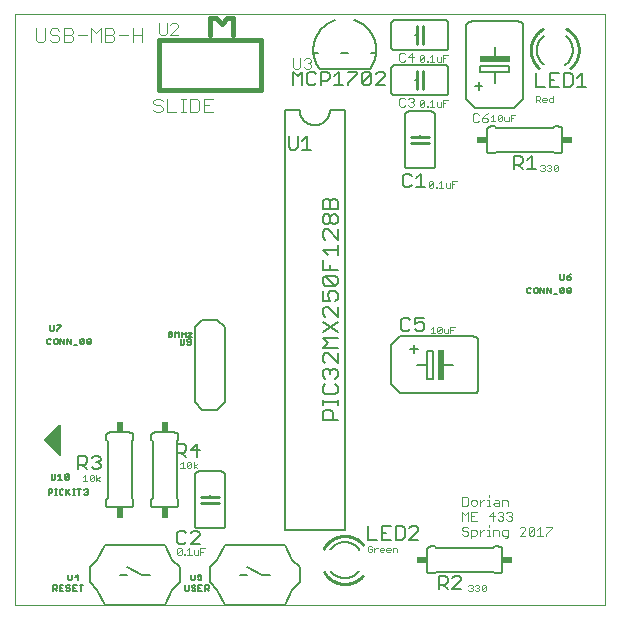
<source format=gto>
G75*
%MOIN*%
%OFA0B0*%
%FSLAX25Y25*%
%IPPOS*%
%LPD*%
%AMOC8*
5,1,8,0,0,1.08239X$1,22.5*
%
%ADD10C,0.00000*%
%ADD11C,0.00300*%
%ADD12C,0.00600*%
%ADD13C,0.01000*%
%ADD14C,0.00500*%
%ADD15C,0.00200*%
%ADD16R,0.02000X0.10000*%
%ADD17R,0.10000X0.02000*%
%ADD18C,0.00400*%
%ADD19R,0.03400X0.02400*%
%ADD20R,0.02400X0.03400*%
%ADD21C,0.01600*%
%ADD22C,0.00800*%
D10*
X0001800Y0001800D02*
X0001800Y0198650D01*
X0198650Y0198650D01*
X0198650Y0001800D01*
X0001800Y0001800D01*
D11*
X0150950Y0025434D02*
X0151434Y0024950D01*
X0152401Y0024950D01*
X0152885Y0025434D01*
X0152885Y0025917D01*
X0152401Y0026401D01*
X0151434Y0026401D01*
X0150950Y0026885D01*
X0150950Y0027369D01*
X0151434Y0027852D01*
X0152401Y0027852D01*
X0152885Y0027369D01*
X0153897Y0026885D02*
X0153897Y0023983D01*
X0153897Y0024950D02*
X0155348Y0024950D01*
X0155831Y0025434D01*
X0155831Y0026401D01*
X0155348Y0026885D01*
X0153897Y0026885D01*
X0156843Y0026885D02*
X0156843Y0024950D01*
X0156843Y0025917D02*
X0157811Y0026885D01*
X0158294Y0026885D01*
X0159298Y0026885D02*
X0159782Y0026885D01*
X0159782Y0024950D01*
X0159298Y0024950D02*
X0160266Y0024950D01*
X0161263Y0024950D02*
X0161263Y0026885D01*
X0162714Y0026885D01*
X0163198Y0026401D01*
X0163198Y0024950D01*
X0164209Y0025434D02*
X0164209Y0026401D01*
X0164693Y0026885D01*
X0166144Y0026885D01*
X0166144Y0024466D01*
X0165661Y0023983D01*
X0165177Y0023983D01*
X0164693Y0024950D02*
X0166144Y0024950D01*
X0164693Y0024950D02*
X0164209Y0025434D01*
X0159782Y0027852D02*
X0159782Y0028336D01*
X0161241Y0029950D02*
X0161241Y0032852D01*
X0159790Y0031401D01*
X0161725Y0031401D01*
X0162736Y0030434D02*
X0163220Y0029950D01*
X0164187Y0029950D01*
X0164671Y0030434D01*
X0164671Y0030917D01*
X0164187Y0031401D01*
X0163704Y0031401D01*
X0164187Y0031401D02*
X0164671Y0031885D01*
X0164671Y0032369D01*
X0164187Y0032852D01*
X0163220Y0032852D01*
X0162736Y0032369D01*
X0163198Y0034950D02*
X0161747Y0034950D01*
X0161263Y0035434D01*
X0161747Y0035917D01*
X0163198Y0035917D01*
X0163198Y0036401D02*
X0163198Y0034950D01*
X0164209Y0034950D02*
X0164209Y0036885D01*
X0165661Y0036885D01*
X0166144Y0036401D01*
X0166144Y0034950D01*
X0166166Y0032852D02*
X0165683Y0032369D01*
X0166166Y0032852D02*
X0167134Y0032852D01*
X0167618Y0032369D01*
X0167618Y0031885D01*
X0167134Y0031401D01*
X0167618Y0030917D01*
X0167618Y0030434D01*
X0167134Y0029950D01*
X0166166Y0029950D01*
X0165683Y0030434D01*
X0166650Y0031401D02*
X0167134Y0031401D01*
X0170586Y0027852D02*
X0170102Y0027369D01*
X0170586Y0027852D02*
X0171554Y0027852D01*
X0172037Y0027369D01*
X0172037Y0026885D01*
X0170102Y0024950D01*
X0172037Y0024950D01*
X0173049Y0025434D02*
X0174984Y0027369D01*
X0174984Y0025434D01*
X0174500Y0024950D01*
X0173533Y0024950D01*
X0173049Y0025434D01*
X0173049Y0027369D01*
X0173533Y0027852D01*
X0174500Y0027852D01*
X0174984Y0027369D01*
X0175995Y0026885D02*
X0176963Y0027852D01*
X0176963Y0024950D01*
X0177930Y0024950D02*
X0175995Y0024950D01*
X0178942Y0024950D02*
X0178942Y0025434D01*
X0180877Y0027369D01*
X0180877Y0027852D01*
X0178942Y0027852D01*
X0163198Y0036401D02*
X0162714Y0036885D01*
X0161747Y0036885D01*
X0159782Y0036885D02*
X0159782Y0034950D01*
X0159298Y0034950D02*
X0160266Y0034950D01*
X0159782Y0036885D02*
X0159298Y0036885D01*
X0158294Y0036885D02*
X0157811Y0036885D01*
X0156843Y0035917D01*
X0156843Y0034950D02*
X0156843Y0036885D01*
X0155831Y0036401D02*
X0155348Y0036885D01*
X0154380Y0036885D01*
X0153897Y0036401D01*
X0153897Y0035434D01*
X0154380Y0034950D01*
X0155348Y0034950D01*
X0155831Y0035434D01*
X0155831Y0036401D01*
X0152885Y0035434D02*
X0152885Y0037369D01*
X0152401Y0037852D01*
X0150950Y0037852D01*
X0150950Y0034950D01*
X0152401Y0034950D01*
X0152885Y0035434D01*
X0152885Y0032852D02*
X0152885Y0029950D01*
X0153897Y0029950D02*
X0153897Y0032852D01*
X0155831Y0032852D01*
X0154864Y0031401D02*
X0153897Y0031401D01*
X0153897Y0029950D02*
X0155831Y0029950D01*
X0152885Y0032852D02*
X0151917Y0031885D01*
X0150950Y0032852D01*
X0150950Y0029950D01*
X0159782Y0037852D02*
X0159782Y0038336D01*
X0158955Y0162750D02*
X0159438Y0163234D01*
X0159438Y0163717D01*
X0158955Y0164201D01*
X0157503Y0164201D01*
X0157503Y0163234D01*
X0157987Y0162750D01*
X0158955Y0162750D01*
X0157503Y0164201D02*
X0158471Y0165169D01*
X0159438Y0165652D01*
X0156492Y0165169D02*
X0156008Y0165652D01*
X0155041Y0165652D01*
X0154557Y0165169D01*
X0154557Y0163234D01*
X0155041Y0162750D01*
X0156008Y0162750D01*
X0156492Y0163234D01*
X0134831Y0168434D02*
X0134348Y0167950D01*
X0133380Y0167950D01*
X0132897Y0168434D01*
X0131885Y0168434D02*
X0131401Y0167950D01*
X0130434Y0167950D01*
X0129950Y0168434D01*
X0129950Y0170369D01*
X0130434Y0170852D01*
X0131401Y0170852D01*
X0131885Y0170369D01*
X0132897Y0170369D02*
X0133380Y0170852D01*
X0134348Y0170852D01*
X0134831Y0170369D01*
X0134831Y0169885D01*
X0134348Y0169401D01*
X0134831Y0168917D01*
X0134831Y0168434D01*
X0134348Y0169401D02*
X0133864Y0169401D01*
X0134348Y0182950D02*
X0134348Y0185852D01*
X0132897Y0184401D01*
X0134831Y0184401D01*
X0131885Y0183434D02*
X0131401Y0182950D01*
X0130434Y0182950D01*
X0129950Y0183434D01*
X0129950Y0185369D01*
X0130434Y0185852D01*
X0131401Y0185852D01*
X0131885Y0185369D01*
X0056102Y0191950D02*
X0053633Y0191950D01*
X0056102Y0194419D01*
X0056102Y0195036D01*
X0055485Y0195653D01*
X0054250Y0195653D01*
X0053633Y0195036D01*
X0052419Y0195653D02*
X0052419Y0192567D01*
X0051802Y0191950D01*
X0050567Y0191950D01*
X0049950Y0192567D01*
X0049950Y0195653D01*
D12*
X0091800Y0166800D02*
X0096800Y0166800D01*
X0096802Y0166660D01*
X0096808Y0166520D01*
X0096818Y0166380D01*
X0096831Y0166240D01*
X0096849Y0166101D01*
X0096871Y0165962D01*
X0096896Y0165825D01*
X0096925Y0165687D01*
X0096958Y0165551D01*
X0096995Y0165416D01*
X0097036Y0165282D01*
X0097081Y0165149D01*
X0097129Y0165017D01*
X0097181Y0164887D01*
X0097236Y0164758D01*
X0097295Y0164631D01*
X0097358Y0164505D01*
X0097424Y0164381D01*
X0097493Y0164260D01*
X0097566Y0164140D01*
X0097643Y0164022D01*
X0097722Y0163907D01*
X0097805Y0163793D01*
X0097891Y0163683D01*
X0097980Y0163574D01*
X0098072Y0163468D01*
X0098167Y0163365D01*
X0098264Y0163264D01*
X0098365Y0163167D01*
X0098468Y0163072D01*
X0098574Y0162980D01*
X0098683Y0162891D01*
X0098793Y0162805D01*
X0098907Y0162722D01*
X0099022Y0162643D01*
X0099140Y0162566D01*
X0099260Y0162493D01*
X0099381Y0162424D01*
X0099505Y0162358D01*
X0099631Y0162295D01*
X0099758Y0162236D01*
X0099887Y0162181D01*
X0100017Y0162129D01*
X0100149Y0162081D01*
X0100282Y0162036D01*
X0100416Y0161995D01*
X0100551Y0161958D01*
X0100687Y0161925D01*
X0100825Y0161896D01*
X0100962Y0161871D01*
X0101101Y0161849D01*
X0101240Y0161831D01*
X0101380Y0161818D01*
X0101520Y0161808D01*
X0101660Y0161802D01*
X0101800Y0161800D01*
X0101940Y0161802D01*
X0102080Y0161808D01*
X0102220Y0161818D01*
X0102360Y0161831D01*
X0102499Y0161849D01*
X0102638Y0161871D01*
X0102775Y0161896D01*
X0102913Y0161925D01*
X0103049Y0161958D01*
X0103184Y0161995D01*
X0103318Y0162036D01*
X0103451Y0162081D01*
X0103583Y0162129D01*
X0103713Y0162181D01*
X0103842Y0162236D01*
X0103969Y0162295D01*
X0104095Y0162358D01*
X0104219Y0162424D01*
X0104340Y0162493D01*
X0104460Y0162566D01*
X0104578Y0162643D01*
X0104693Y0162722D01*
X0104807Y0162805D01*
X0104917Y0162891D01*
X0105026Y0162980D01*
X0105132Y0163072D01*
X0105235Y0163167D01*
X0105336Y0163264D01*
X0105433Y0163365D01*
X0105528Y0163468D01*
X0105620Y0163574D01*
X0105709Y0163683D01*
X0105795Y0163793D01*
X0105878Y0163907D01*
X0105957Y0164022D01*
X0106034Y0164140D01*
X0106107Y0164260D01*
X0106176Y0164381D01*
X0106242Y0164505D01*
X0106305Y0164631D01*
X0106364Y0164758D01*
X0106419Y0164887D01*
X0106471Y0165017D01*
X0106519Y0165149D01*
X0106564Y0165282D01*
X0106605Y0165416D01*
X0106642Y0165551D01*
X0106675Y0165687D01*
X0106704Y0165825D01*
X0106729Y0165962D01*
X0106751Y0166101D01*
X0106769Y0166240D01*
X0106782Y0166380D01*
X0106792Y0166520D01*
X0106798Y0166660D01*
X0106800Y0166800D01*
X0111800Y0166800D01*
X0111800Y0026800D01*
X0091800Y0026800D01*
X0091800Y0166300D01*
X0105230Y0137280D02*
X0106064Y0137280D01*
X0106898Y0136446D01*
X0106898Y0133943D01*
X0107732Y0132123D02*
X0108566Y0132123D01*
X0109400Y0131289D01*
X0109400Y0129621D01*
X0108566Y0128787D01*
X0107732Y0128787D01*
X0106898Y0129621D01*
X0106898Y0131289D01*
X0107732Y0132123D01*
X0106898Y0131289D02*
X0106064Y0132123D01*
X0105230Y0132123D01*
X0104396Y0131289D01*
X0104396Y0129621D01*
X0105230Y0128787D01*
X0106064Y0128787D01*
X0106898Y0129621D01*
X0106064Y0126967D02*
X0105230Y0126967D01*
X0104396Y0126133D01*
X0104396Y0124465D01*
X0105230Y0123631D01*
X0104396Y0120142D02*
X0109400Y0120142D01*
X0109400Y0118474D02*
X0109400Y0121810D01*
X0109400Y0123631D02*
X0106064Y0126967D01*
X0109400Y0126967D02*
X0109400Y0123631D01*
X0104396Y0120142D02*
X0106064Y0118474D01*
X0104396Y0116654D02*
X0104396Y0113318D01*
X0109400Y0113318D01*
X0108566Y0111498D02*
X0109400Y0110664D01*
X0109400Y0108996D01*
X0108566Y0108161D01*
X0105230Y0111498D01*
X0108566Y0111498D01*
X0106898Y0113318D02*
X0106898Y0114986D01*
X0105230Y0111498D02*
X0104396Y0110664D01*
X0104396Y0108996D01*
X0105230Y0108161D01*
X0108566Y0108161D01*
X0108566Y0106341D02*
X0106898Y0106341D01*
X0106064Y0105507D01*
X0106064Y0104673D01*
X0106898Y0103005D01*
X0104396Y0103005D01*
X0104396Y0106341D01*
X0108566Y0106341D02*
X0109400Y0105507D01*
X0109400Y0103839D01*
X0108566Y0103005D01*
X0109400Y0101185D02*
X0109400Y0097849D01*
X0106064Y0101185D01*
X0105230Y0101185D01*
X0104396Y0100351D01*
X0104396Y0098683D01*
X0105230Y0097849D01*
X0104396Y0096028D02*
X0109400Y0092692D01*
X0109400Y0090872D02*
X0104396Y0090872D01*
X0106064Y0089204D01*
X0104396Y0087536D01*
X0109400Y0087536D01*
X0109400Y0085716D02*
X0109400Y0082379D01*
X0106064Y0085716D01*
X0105230Y0085716D01*
X0104396Y0084882D01*
X0104396Y0083214D01*
X0105230Y0082379D01*
X0105230Y0080559D02*
X0106064Y0080559D01*
X0106898Y0079725D01*
X0107732Y0080559D01*
X0108566Y0080559D01*
X0109400Y0079725D01*
X0109400Y0078057D01*
X0108566Y0077223D01*
X0108566Y0075403D02*
X0109400Y0074569D01*
X0109400Y0072901D01*
X0108566Y0072067D01*
X0105230Y0072067D01*
X0104396Y0072901D01*
X0104396Y0074569D01*
X0105230Y0075403D01*
X0105230Y0077223D02*
X0104396Y0078057D01*
X0104396Y0079725D01*
X0105230Y0080559D01*
X0106898Y0079725D02*
X0106898Y0078891D01*
X0109400Y0070297D02*
X0109400Y0068629D01*
X0109400Y0069463D02*
X0104396Y0069463D01*
X0104396Y0068629D02*
X0104396Y0070297D01*
X0105230Y0066809D02*
X0106898Y0066809D01*
X0107732Y0065975D01*
X0107732Y0063473D01*
X0109400Y0063473D02*
X0104396Y0063473D01*
X0104396Y0065975D01*
X0105230Y0066809D01*
X0127300Y0075300D02*
X0127300Y0088300D01*
X0130300Y0091300D01*
X0154800Y0091300D01*
X0154876Y0091298D01*
X0154952Y0091292D01*
X0155027Y0091283D01*
X0155102Y0091269D01*
X0155176Y0091252D01*
X0155249Y0091231D01*
X0155321Y0091207D01*
X0155392Y0091178D01*
X0155461Y0091147D01*
X0155528Y0091112D01*
X0155593Y0091073D01*
X0155657Y0091031D01*
X0155718Y0090986D01*
X0155777Y0090938D01*
X0155833Y0090887D01*
X0155887Y0090833D01*
X0155938Y0090777D01*
X0155986Y0090718D01*
X0156031Y0090657D01*
X0156073Y0090593D01*
X0156112Y0090528D01*
X0156147Y0090461D01*
X0156178Y0090392D01*
X0156207Y0090321D01*
X0156231Y0090249D01*
X0156252Y0090176D01*
X0156269Y0090102D01*
X0156283Y0090027D01*
X0156292Y0089952D01*
X0156298Y0089876D01*
X0156300Y0089800D01*
X0156300Y0073800D01*
X0156298Y0073724D01*
X0156292Y0073648D01*
X0156283Y0073573D01*
X0156269Y0073498D01*
X0156252Y0073424D01*
X0156231Y0073351D01*
X0156207Y0073279D01*
X0156178Y0073208D01*
X0156147Y0073139D01*
X0156112Y0073072D01*
X0156073Y0073007D01*
X0156031Y0072943D01*
X0155986Y0072882D01*
X0155938Y0072823D01*
X0155887Y0072767D01*
X0155833Y0072713D01*
X0155777Y0072662D01*
X0155718Y0072614D01*
X0155657Y0072569D01*
X0155593Y0072527D01*
X0155528Y0072488D01*
X0155461Y0072453D01*
X0155392Y0072422D01*
X0155321Y0072393D01*
X0155249Y0072369D01*
X0155176Y0072348D01*
X0155102Y0072331D01*
X0155027Y0072317D01*
X0154952Y0072308D01*
X0154876Y0072302D01*
X0154800Y0072300D01*
X0130300Y0072300D01*
X0127300Y0075300D01*
X0135800Y0081800D02*
X0139300Y0081800D01*
X0139300Y0086600D01*
X0141300Y0086600D01*
X0141300Y0077000D01*
X0139300Y0077000D01*
X0139300Y0081800D01*
X0144300Y0081800D02*
X0147800Y0081800D01*
X0136100Y0087200D02*
X0133500Y0087200D01*
X0134800Y0088400D02*
X0134800Y0085900D01*
X0109400Y0096028D02*
X0104396Y0092692D01*
X0104396Y0133943D02*
X0104396Y0136446D01*
X0105230Y0137280D01*
X0106898Y0136446D02*
X0107732Y0137280D01*
X0108566Y0137280D01*
X0109400Y0136446D01*
X0109400Y0133943D01*
X0104396Y0133943D01*
X0131800Y0148300D02*
X0131800Y0165300D01*
X0131802Y0165360D01*
X0131807Y0165421D01*
X0131816Y0165480D01*
X0131829Y0165539D01*
X0131845Y0165598D01*
X0131865Y0165655D01*
X0131888Y0165710D01*
X0131915Y0165765D01*
X0131944Y0165817D01*
X0131977Y0165868D01*
X0132013Y0165917D01*
X0132051Y0165963D01*
X0132093Y0166007D01*
X0132137Y0166049D01*
X0132183Y0166087D01*
X0132232Y0166123D01*
X0132283Y0166156D01*
X0132335Y0166185D01*
X0132390Y0166212D01*
X0132445Y0166235D01*
X0132502Y0166255D01*
X0132561Y0166271D01*
X0132620Y0166284D01*
X0132679Y0166293D01*
X0132740Y0166298D01*
X0132800Y0166300D01*
X0140800Y0166300D01*
X0140860Y0166298D01*
X0140921Y0166293D01*
X0140980Y0166284D01*
X0141039Y0166271D01*
X0141098Y0166255D01*
X0141155Y0166235D01*
X0141210Y0166212D01*
X0141265Y0166185D01*
X0141317Y0166156D01*
X0141368Y0166123D01*
X0141417Y0166087D01*
X0141463Y0166049D01*
X0141507Y0166007D01*
X0141549Y0165963D01*
X0141587Y0165917D01*
X0141623Y0165868D01*
X0141656Y0165817D01*
X0141685Y0165765D01*
X0141712Y0165710D01*
X0141735Y0165655D01*
X0141755Y0165598D01*
X0141771Y0165539D01*
X0141784Y0165480D01*
X0141793Y0165421D01*
X0141798Y0165360D01*
X0141800Y0165300D01*
X0141800Y0148300D01*
X0141798Y0148240D01*
X0141793Y0148179D01*
X0141784Y0148120D01*
X0141771Y0148061D01*
X0141755Y0148002D01*
X0141735Y0147945D01*
X0141712Y0147890D01*
X0141685Y0147835D01*
X0141656Y0147783D01*
X0141623Y0147732D01*
X0141587Y0147683D01*
X0141549Y0147637D01*
X0141507Y0147593D01*
X0141463Y0147551D01*
X0141417Y0147513D01*
X0141368Y0147477D01*
X0141317Y0147444D01*
X0141265Y0147415D01*
X0141210Y0147388D01*
X0141155Y0147365D01*
X0141098Y0147345D01*
X0141039Y0147329D01*
X0140980Y0147316D01*
X0140921Y0147307D01*
X0140860Y0147302D01*
X0140800Y0147300D01*
X0132800Y0147300D01*
X0132740Y0147302D01*
X0132679Y0147307D01*
X0132620Y0147316D01*
X0132561Y0147329D01*
X0132502Y0147345D01*
X0132445Y0147365D01*
X0132390Y0147388D01*
X0132335Y0147415D01*
X0132283Y0147444D01*
X0132232Y0147477D01*
X0132183Y0147513D01*
X0132137Y0147551D01*
X0132093Y0147593D01*
X0132051Y0147637D01*
X0132013Y0147683D01*
X0131977Y0147732D01*
X0131944Y0147783D01*
X0131915Y0147835D01*
X0131888Y0147890D01*
X0131865Y0147945D01*
X0131845Y0148002D01*
X0131829Y0148061D01*
X0131816Y0148120D01*
X0131807Y0148179D01*
X0131802Y0148240D01*
X0131800Y0148300D01*
X0136800Y0155300D02*
X0136800Y0155800D01*
X0136800Y0157800D02*
X0136800Y0158300D01*
X0145300Y0171800D02*
X0128300Y0171800D01*
X0128240Y0171802D01*
X0128179Y0171807D01*
X0128120Y0171816D01*
X0128061Y0171829D01*
X0128002Y0171845D01*
X0127945Y0171865D01*
X0127890Y0171888D01*
X0127835Y0171915D01*
X0127783Y0171944D01*
X0127732Y0171977D01*
X0127683Y0172013D01*
X0127637Y0172051D01*
X0127593Y0172093D01*
X0127551Y0172137D01*
X0127513Y0172183D01*
X0127477Y0172232D01*
X0127444Y0172283D01*
X0127415Y0172335D01*
X0127388Y0172390D01*
X0127365Y0172445D01*
X0127345Y0172502D01*
X0127329Y0172561D01*
X0127316Y0172620D01*
X0127307Y0172679D01*
X0127302Y0172740D01*
X0127300Y0172800D01*
X0127300Y0180800D01*
X0127302Y0180860D01*
X0127307Y0180921D01*
X0127316Y0180980D01*
X0127329Y0181039D01*
X0127345Y0181098D01*
X0127365Y0181155D01*
X0127388Y0181210D01*
X0127415Y0181265D01*
X0127444Y0181317D01*
X0127477Y0181368D01*
X0127513Y0181417D01*
X0127551Y0181463D01*
X0127593Y0181507D01*
X0127637Y0181549D01*
X0127683Y0181587D01*
X0127732Y0181623D01*
X0127783Y0181656D01*
X0127835Y0181685D01*
X0127890Y0181712D01*
X0127945Y0181735D01*
X0128002Y0181755D01*
X0128061Y0181771D01*
X0128120Y0181784D01*
X0128179Y0181793D01*
X0128240Y0181798D01*
X0128300Y0181800D01*
X0145300Y0181800D01*
X0145360Y0181798D01*
X0145421Y0181793D01*
X0145480Y0181784D01*
X0145539Y0181771D01*
X0145598Y0181755D01*
X0145655Y0181735D01*
X0145710Y0181712D01*
X0145765Y0181685D01*
X0145817Y0181656D01*
X0145868Y0181623D01*
X0145917Y0181587D01*
X0145963Y0181549D01*
X0146007Y0181507D01*
X0146049Y0181463D01*
X0146087Y0181417D01*
X0146123Y0181368D01*
X0146156Y0181317D01*
X0146185Y0181265D01*
X0146212Y0181210D01*
X0146235Y0181155D01*
X0146255Y0181098D01*
X0146271Y0181039D01*
X0146284Y0180980D01*
X0146293Y0180921D01*
X0146298Y0180860D01*
X0146300Y0180800D01*
X0146300Y0172800D01*
X0146298Y0172740D01*
X0146293Y0172679D01*
X0146284Y0172620D01*
X0146271Y0172561D01*
X0146255Y0172502D01*
X0146235Y0172445D01*
X0146212Y0172390D01*
X0146185Y0172335D01*
X0146156Y0172283D01*
X0146123Y0172232D01*
X0146087Y0172183D01*
X0146049Y0172137D01*
X0146007Y0172093D01*
X0145963Y0172051D01*
X0145917Y0172013D01*
X0145868Y0171977D01*
X0145817Y0171944D01*
X0145765Y0171915D01*
X0145710Y0171888D01*
X0145655Y0171865D01*
X0145598Y0171845D01*
X0145539Y0171829D01*
X0145480Y0171816D01*
X0145421Y0171807D01*
X0145360Y0171802D01*
X0145300Y0171800D01*
X0138300Y0176800D02*
X0137800Y0176800D01*
X0135800Y0176800D02*
X0135300Y0176800D01*
X0128300Y0186800D02*
X0145300Y0186800D01*
X0145360Y0186802D01*
X0145421Y0186807D01*
X0145480Y0186816D01*
X0145539Y0186829D01*
X0145598Y0186845D01*
X0145655Y0186865D01*
X0145710Y0186888D01*
X0145765Y0186915D01*
X0145817Y0186944D01*
X0145868Y0186977D01*
X0145917Y0187013D01*
X0145963Y0187051D01*
X0146007Y0187093D01*
X0146049Y0187137D01*
X0146087Y0187183D01*
X0146123Y0187232D01*
X0146156Y0187283D01*
X0146185Y0187335D01*
X0146212Y0187390D01*
X0146235Y0187445D01*
X0146255Y0187502D01*
X0146271Y0187561D01*
X0146284Y0187620D01*
X0146293Y0187679D01*
X0146298Y0187740D01*
X0146300Y0187800D01*
X0146300Y0195800D01*
X0146298Y0195860D01*
X0146293Y0195921D01*
X0146284Y0195980D01*
X0146271Y0196039D01*
X0146255Y0196098D01*
X0146235Y0196155D01*
X0146212Y0196210D01*
X0146185Y0196265D01*
X0146156Y0196317D01*
X0146123Y0196368D01*
X0146087Y0196417D01*
X0146049Y0196463D01*
X0146007Y0196507D01*
X0145963Y0196549D01*
X0145917Y0196587D01*
X0145868Y0196623D01*
X0145817Y0196656D01*
X0145765Y0196685D01*
X0145710Y0196712D01*
X0145655Y0196735D01*
X0145598Y0196755D01*
X0145539Y0196771D01*
X0145480Y0196784D01*
X0145421Y0196793D01*
X0145360Y0196798D01*
X0145300Y0196800D01*
X0128300Y0196800D01*
X0128240Y0196798D01*
X0128179Y0196793D01*
X0128120Y0196784D01*
X0128061Y0196771D01*
X0128002Y0196755D01*
X0127945Y0196735D01*
X0127890Y0196712D01*
X0127835Y0196685D01*
X0127783Y0196656D01*
X0127732Y0196623D01*
X0127683Y0196587D01*
X0127637Y0196549D01*
X0127593Y0196507D01*
X0127551Y0196463D01*
X0127513Y0196417D01*
X0127477Y0196368D01*
X0127444Y0196317D01*
X0127415Y0196265D01*
X0127388Y0196210D01*
X0127365Y0196155D01*
X0127345Y0196098D01*
X0127329Y0196039D01*
X0127316Y0195980D01*
X0127307Y0195921D01*
X0127302Y0195860D01*
X0127300Y0195800D01*
X0127300Y0187800D01*
X0127302Y0187740D01*
X0127307Y0187679D01*
X0127316Y0187620D01*
X0127329Y0187561D01*
X0127345Y0187502D01*
X0127365Y0187445D01*
X0127388Y0187390D01*
X0127415Y0187335D01*
X0127444Y0187283D01*
X0127477Y0187232D01*
X0127513Y0187183D01*
X0127551Y0187137D01*
X0127593Y0187093D01*
X0127637Y0187051D01*
X0127683Y0187013D01*
X0127732Y0186977D01*
X0127783Y0186944D01*
X0127835Y0186915D01*
X0127890Y0186888D01*
X0127945Y0186865D01*
X0128002Y0186845D01*
X0128061Y0186829D01*
X0128120Y0186816D01*
X0128179Y0186807D01*
X0128240Y0186802D01*
X0128300Y0186800D01*
X0135300Y0191800D02*
X0135800Y0191800D01*
X0137800Y0191800D02*
X0138300Y0191800D01*
X0152300Y0194800D02*
X0152300Y0170300D01*
X0155300Y0167300D01*
X0168300Y0167300D01*
X0171300Y0170300D01*
X0171300Y0194800D01*
X0171298Y0194876D01*
X0171292Y0194952D01*
X0171283Y0195027D01*
X0171269Y0195102D01*
X0171252Y0195176D01*
X0171231Y0195249D01*
X0171207Y0195321D01*
X0171178Y0195392D01*
X0171147Y0195461D01*
X0171112Y0195528D01*
X0171073Y0195593D01*
X0171031Y0195657D01*
X0170986Y0195718D01*
X0170938Y0195777D01*
X0170887Y0195833D01*
X0170833Y0195887D01*
X0170777Y0195938D01*
X0170718Y0195986D01*
X0170657Y0196031D01*
X0170593Y0196073D01*
X0170528Y0196112D01*
X0170461Y0196147D01*
X0170392Y0196178D01*
X0170321Y0196207D01*
X0170249Y0196231D01*
X0170176Y0196252D01*
X0170102Y0196269D01*
X0170027Y0196283D01*
X0169952Y0196292D01*
X0169876Y0196298D01*
X0169800Y0196300D01*
X0153800Y0196300D01*
X0153724Y0196298D01*
X0153648Y0196292D01*
X0153573Y0196283D01*
X0153498Y0196269D01*
X0153424Y0196252D01*
X0153351Y0196231D01*
X0153279Y0196207D01*
X0153208Y0196178D01*
X0153139Y0196147D01*
X0153072Y0196112D01*
X0153007Y0196073D01*
X0152943Y0196031D01*
X0152882Y0195986D01*
X0152823Y0195938D01*
X0152767Y0195887D01*
X0152713Y0195833D01*
X0152662Y0195777D01*
X0152614Y0195718D01*
X0152569Y0195657D01*
X0152527Y0195593D01*
X0152488Y0195528D01*
X0152453Y0195461D01*
X0152422Y0195392D01*
X0152393Y0195321D01*
X0152369Y0195249D01*
X0152348Y0195176D01*
X0152331Y0195102D01*
X0152317Y0195027D01*
X0152308Y0194952D01*
X0152302Y0194876D01*
X0152300Y0194800D01*
X0161800Y0187800D02*
X0161800Y0184300D01*
X0166600Y0181300D02*
X0157000Y0181300D01*
X0157000Y0179300D01*
X0161800Y0179300D01*
X0166600Y0179300D01*
X0166600Y0181300D01*
X0161800Y0179300D02*
X0161800Y0175800D01*
X0157700Y0174800D02*
X0155200Y0174800D01*
X0156400Y0176100D02*
X0156400Y0173500D01*
X0160300Y0161300D02*
X0161800Y0161300D01*
X0162300Y0160800D01*
X0181300Y0160800D01*
X0181800Y0161300D01*
X0183300Y0161300D01*
X0183360Y0161298D01*
X0183421Y0161293D01*
X0183480Y0161284D01*
X0183539Y0161271D01*
X0183598Y0161255D01*
X0183655Y0161235D01*
X0183710Y0161212D01*
X0183765Y0161185D01*
X0183817Y0161156D01*
X0183868Y0161123D01*
X0183917Y0161087D01*
X0183963Y0161049D01*
X0184007Y0161007D01*
X0184049Y0160963D01*
X0184087Y0160917D01*
X0184123Y0160868D01*
X0184156Y0160817D01*
X0184185Y0160765D01*
X0184212Y0160710D01*
X0184235Y0160655D01*
X0184255Y0160598D01*
X0184271Y0160539D01*
X0184284Y0160480D01*
X0184293Y0160421D01*
X0184298Y0160360D01*
X0184300Y0160300D01*
X0184300Y0153300D01*
X0184298Y0153240D01*
X0184293Y0153179D01*
X0184284Y0153120D01*
X0184271Y0153061D01*
X0184255Y0153002D01*
X0184235Y0152945D01*
X0184212Y0152890D01*
X0184185Y0152835D01*
X0184156Y0152783D01*
X0184123Y0152732D01*
X0184087Y0152683D01*
X0184049Y0152637D01*
X0184007Y0152593D01*
X0183963Y0152551D01*
X0183917Y0152513D01*
X0183868Y0152477D01*
X0183817Y0152444D01*
X0183765Y0152415D01*
X0183710Y0152388D01*
X0183655Y0152365D01*
X0183598Y0152345D01*
X0183539Y0152329D01*
X0183480Y0152316D01*
X0183421Y0152307D01*
X0183360Y0152302D01*
X0183300Y0152300D01*
X0181800Y0152300D01*
X0181300Y0152800D01*
X0162300Y0152800D01*
X0161800Y0152300D01*
X0160300Y0152300D01*
X0160240Y0152302D01*
X0160179Y0152307D01*
X0160120Y0152316D01*
X0160061Y0152329D01*
X0160002Y0152345D01*
X0159945Y0152365D01*
X0159890Y0152388D01*
X0159835Y0152415D01*
X0159783Y0152444D01*
X0159732Y0152477D01*
X0159683Y0152513D01*
X0159637Y0152551D01*
X0159593Y0152593D01*
X0159551Y0152637D01*
X0159513Y0152683D01*
X0159477Y0152732D01*
X0159444Y0152783D01*
X0159415Y0152835D01*
X0159388Y0152890D01*
X0159365Y0152945D01*
X0159345Y0153002D01*
X0159329Y0153061D01*
X0159316Y0153120D01*
X0159307Y0153179D01*
X0159302Y0153240D01*
X0159300Y0153300D01*
X0159300Y0160300D01*
X0159302Y0160360D01*
X0159307Y0160421D01*
X0159316Y0160480D01*
X0159329Y0160539D01*
X0159345Y0160598D01*
X0159365Y0160655D01*
X0159388Y0160710D01*
X0159415Y0160765D01*
X0159444Y0160817D01*
X0159477Y0160868D01*
X0159513Y0160917D01*
X0159551Y0160963D01*
X0159593Y0161007D01*
X0159637Y0161049D01*
X0159683Y0161087D01*
X0159732Y0161123D01*
X0159783Y0161156D01*
X0159835Y0161185D01*
X0159890Y0161212D01*
X0159945Y0161235D01*
X0160002Y0161255D01*
X0160061Y0161271D01*
X0160120Y0161284D01*
X0160179Y0161293D01*
X0160240Y0161298D01*
X0160300Y0161300D01*
X0175800Y0186800D02*
X0175802Y0186952D01*
X0175808Y0187103D01*
X0175817Y0187254D01*
X0175831Y0187406D01*
X0175848Y0187556D01*
X0175869Y0187706D01*
X0175894Y0187856D01*
X0175922Y0188005D01*
X0175955Y0188153D01*
X0175991Y0188300D01*
X0176030Y0188447D01*
X0176074Y0188592D01*
X0176121Y0188736D01*
X0176172Y0188879D01*
X0176226Y0189020D01*
X0176284Y0189161D01*
X0176345Y0189299D01*
X0176410Y0189436D01*
X0176479Y0189572D01*
X0176550Y0189705D01*
X0176625Y0189837D01*
X0176704Y0189967D01*
X0176785Y0190094D01*
X0176870Y0190220D01*
X0176958Y0190344D01*
X0177049Y0190465D01*
X0177143Y0190584D01*
X0177241Y0190700D01*
X0177341Y0190814D01*
X0177443Y0190926D01*
X0177549Y0191034D01*
X0177657Y0191140D01*
X0177768Y0191244D01*
X0177882Y0191344D01*
X0177998Y0191442D01*
X0178117Y0191536D01*
X0187800Y0186800D02*
X0187798Y0186646D01*
X0187792Y0186492D01*
X0187782Y0186338D01*
X0187768Y0186184D01*
X0187751Y0186031D01*
X0187729Y0185879D01*
X0187703Y0185727D01*
X0187674Y0185575D01*
X0187640Y0185425D01*
X0187603Y0185275D01*
X0187562Y0185127D01*
X0187517Y0184979D01*
X0187468Y0184833D01*
X0187416Y0184688D01*
X0187360Y0184545D01*
X0187300Y0184402D01*
X0187237Y0184262D01*
X0187170Y0184123D01*
X0187099Y0183986D01*
X0187025Y0183851D01*
X0186948Y0183718D01*
X0186867Y0183586D01*
X0186783Y0183457D01*
X0186695Y0183330D01*
X0186604Y0183206D01*
X0186511Y0183084D01*
X0186413Y0182964D01*
X0186313Y0182847D01*
X0186210Y0182732D01*
X0186104Y0182620D01*
X0185996Y0182511D01*
X0185884Y0182405D01*
X0185770Y0182301D01*
X0185653Y0182201D01*
X0185534Y0182103D01*
X0185412Y0182009D01*
X0185287Y0181918D01*
X0187800Y0186800D02*
X0187798Y0186950D01*
X0187792Y0187101D01*
X0187783Y0187251D01*
X0187770Y0187400D01*
X0187753Y0187550D01*
X0187732Y0187699D01*
X0187708Y0187847D01*
X0187680Y0187995D01*
X0187648Y0188142D01*
X0187613Y0188288D01*
X0187573Y0188433D01*
X0187531Y0188577D01*
X0187484Y0188720D01*
X0187434Y0188862D01*
X0187381Y0189003D01*
X0187324Y0189142D01*
X0187264Y0189280D01*
X0187200Y0189416D01*
X0187133Y0189550D01*
X0187062Y0189683D01*
X0186988Y0189814D01*
X0186911Y0189943D01*
X0186830Y0190070D01*
X0186747Y0190195D01*
X0186660Y0190318D01*
X0186571Y0190439D01*
X0186478Y0190557D01*
X0186382Y0190673D01*
X0186284Y0190787D01*
X0186183Y0190898D01*
X0186078Y0191007D01*
X0185972Y0191112D01*
X0185862Y0191216D01*
X0185750Y0191316D01*
X0185636Y0191414D01*
X0185519Y0191508D01*
X0185400Y0191600D01*
X0175800Y0186800D02*
X0175802Y0186648D01*
X0175808Y0186497D01*
X0175817Y0186346D01*
X0175831Y0186194D01*
X0175848Y0186044D01*
X0175869Y0185894D01*
X0175894Y0185744D01*
X0175922Y0185595D01*
X0175955Y0185447D01*
X0175991Y0185300D01*
X0176030Y0185153D01*
X0176074Y0185008D01*
X0176121Y0184864D01*
X0176172Y0184721D01*
X0176226Y0184580D01*
X0176284Y0184439D01*
X0176345Y0184301D01*
X0176410Y0184164D01*
X0176479Y0184028D01*
X0176550Y0183895D01*
X0176625Y0183763D01*
X0176704Y0183633D01*
X0176785Y0183506D01*
X0176870Y0183380D01*
X0176958Y0183256D01*
X0177049Y0183135D01*
X0177143Y0183016D01*
X0177241Y0182900D01*
X0177341Y0182786D01*
X0177443Y0182674D01*
X0177549Y0182566D01*
X0177657Y0182460D01*
X0177768Y0182356D01*
X0177882Y0182256D01*
X0177998Y0182158D01*
X0178117Y0182064D01*
X0055300Y0059300D02*
X0048300Y0059300D01*
X0048240Y0059298D01*
X0048179Y0059293D01*
X0048120Y0059284D01*
X0048061Y0059271D01*
X0048002Y0059255D01*
X0047945Y0059235D01*
X0047890Y0059212D01*
X0047835Y0059185D01*
X0047783Y0059156D01*
X0047732Y0059123D01*
X0047683Y0059087D01*
X0047637Y0059049D01*
X0047593Y0059007D01*
X0047551Y0058963D01*
X0047513Y0058917D01*
X0047477Y0058868D01*
X0047444Y0058817D01*
X0047415Y0058765D01*
X0047388Y0058710D01*
X0047365Y0058655D01*
X0047345Y0058598D01*
X0047329Y0058539D01*
X0047316Y0058480D01*
X0047307Y0058421D01*
X0047302Y0058360D01*
X0047300Y0058300D01*
X0047300Y0056800D01*
X0047800Y0056300D01*
X0047800Y0037300D01*
X0047300Y0036800D01*
X0047300Y0035300D01*
X0047302Y0035240D01*
X0047307Y0035179D01*
X0047316Y0035120D01*
X0047329Y0035061D01*
X0047345Y0035002D01*
X0047365Y0034945D01*
X0047388Y0034890D01*
X0047415Y0034835D01*
X0047444Y0034783D01*
X0047477Y0034732D01*
X0047513Y0034683D01*
X0047551Y0034637D01*
X0047593Y0034593D01*
X0047637Y0034551D01*
X0047683Y0034513D01*
X0047732Y0034477D01*
X0047783Y0034444D01*
X0047835Y0034415D01*
X0047890Y0034388D01*
X0047945Y0034365D01*
X0048002Y0034345D01*
X0048061Y0034329D01*
X0048120Y0034316D01*
X0048179Y0034307D01*
X0048240Y0034302D01*
X0048300Y0034300D01*
X0055300Y0034300D01*
X0055360Y0034302D01*
X0055421Y0034307D01*
X0055480Y0034316D01*
X0055539Y0034329D01*
X0055598Y0034345D01*
X0055655Y0034365D01*
X0055710Y0034388D01*
X0055765Y0034415D01*
X0055817Y0034444D01*
X0055868Y0034477D01*
X0055917Y0034513D01*
X0055963Y0034551D01*
X0056007Y0034593D01*
X0056049Y0034637D01*
X0056087Y0034683D01*
X0056123Y0034732D01*
X0056156Y0034783D01*
X0056185Y0034835D01*
X0056212Y0034890D01*
X0056235Y0034945D01*
X0056255Y0035002D01*
X0056271Y0035061D01*
X0056284Y0035120D01*
X0056293Y0035179D01*
X0056298Y0035240D01*
X0056300Y0035300D01*
X0056300Y0036800D01*
X0055800Y0037300D01*
X0055800Y0056300D01*
X0056300Y0056800D01*
X0056300Y0058300D01*
X0056298Y0058360D01*
X0056293Y0058421D01*
X0056284Y0058480D01*
X0056271Y0058539D01*
X0056255Y0058598D01*
X0056235Y0058655D01*
X0056212Y0058710D01*
X0056185Y0058765D01*
X0056156Y0058817D01*
X0056123Y0058868D01*
X0056087Y0058917D01*
X0056049Y0058963D01*
X0056007Y0059007D01*
X0055963Y0059049D01*
X0055917Y0059087D01*
X0055868Y0059123D01*
X0055817Y0059156D01*
X0055765Y0059185D01*
X0055710Y0059212D01*
X0055655Y0059235D01*
X0055598Y0059255D01*
X0055539Y0059271D01*
X0055480Y0059284D01*
X0055421Y0059293D01*
X0055360Y0059298D01*
X0055300Y0059300D01*
X0062800Y0046300D02*
X0070800Y0046300D01*
X0070860Y0046298D01*
X0070921Y0046293D01*
X0070980Y0046284D01*
X0071039Y0046271D01*
X0071098Y0046255D01*
X0071155Y0046235D01*
X0071210Y0046212D01*
X0071265Y0046185D01*
X0071317Y0046156D01*
X0071368Y0046123D01*
X0071417Y0046087D01*
X0071463Y0046049D01*
X0071507Y0046007D01*
X0071549Y0045963D01*
X0071587Y0045917D01*
X0071623Y0045868D01*
X0071656Y0045817D01*
X0071685Y0045765D01*
X0071712Y0045710D01*
X0071735Y0045655D01*
X0071755Y0045598D01*
X0071771Y0045539D01*
X0071784Y0045480D01*
X0071793Y0045421D01*
X0071798Y0045360D01*
X0071800Y0045300D01*
X0071800Y0028300D01*
X0071798Y0028240D01*
X0071793Y0028179D01*
X0071784Y0028120D01*
X0071771Y0028061D01*
X0071755Y0028002D01*
X0071735Y0027945D01*
X0071712Y0027890D01*
X0071685Y0027835D01*
X0071656Y0027783D01*
X0071623Y0027732D01*
X0071587Y0027683D01*
X0071549Y0027637D01*
X0071507Y0027593D01*
X0071463Y0027551D01*
X0071417Y0027513D01*
X0071368Y0027477D01*
X0071317Y0027444D01*
X0071265Y0027415D01*
X0071210Y0027388D01*
X0071155Y0027365D01*
X0071098Y0027345D01*
X0071039Y0027329D01*
X0070980Y0027316D01*
X0070921Y0027307D01*
X0070860Y0027302D01*
X0070800Y0027300D01*
X0062800Y0027300D01*
X0062740Y0027302D01*
X0062679Y0027307D01*
X0062620Y0027316D01*
X0062561Y0027329D01*
X0062502Y0027345D01*
X0062445Y0027365D01*
X0062390Y0027388D01*
X0062335Y0027415D01*
X0062283Y0027444D01*
X0062232Y0027477D01*
X0062183Y0027513D01*
X0062137Y0027551D01*
X0062093Y0027593D01*
X0062051Y0027637D01*
X0062013Y0027683D01*
X0061977Y0027732D01*
X0061944Y0027783D01*
X0061915Y0027835D01*
X0061888Y0027890D01*
X0061865Y0027945D01*
X0061845Y0028002D01*
X0061829Y0028061D01*
X0061816Y0028120D01*
X0061807Y0028179D01*
X0061802Y0028240D01*
X0061800Y0028300D01*
X0061800Y0045300D01*
X0061802Y0045360D01*
X0061807Y0045421D01*
X0061816Y0045480D01*
X0061829Y0045539D01*
X0061845Y0045598D01*
X0061865Y0045655D01*
X0061888Y0045710D01*
X0061915Y0045765D01*
X0061944Y0045817D01*
X0061977Y0045868D01*
X0062013Y0045917D01*
X0062051Y0045963D01*
X0062093Y0046007D01*
X0062137Y0046049D01*
X0062183Y0046087D01*
X0062232Y0046123D01*
X0062283Y0046156D01*
X0062335Y0046185D01*
X0062390Y0046212D01*
X0062445Y0046235D01*
X0062502Y0046255D01*
X0062561Y0046271D01*
X0062620Y0046284D01*
X0062679Y0046293D01*
X0062740Y0046298D01*
X0062800Y0046300D01*
X0066800Y0038300D02*
X0066800Y0037800D01*
X0066800Y0035800D02*
X0066800Y0035300D01*
X0041300Y0035300D02*
X0041300Y0036800D01*
X0040800Y0037300D01*
X0040800Y0056300D01*
X0041300Y0056800D01*
X0041300Y0058300D01*
X0041298Y0058360D01*
X0041293Y0058421D01*
X0041284Y0058480D01*
X0041271Y0058539D01*
X0041255Y0058598D01*
X0041235Y0058655D01*
X0041212Y0058710D01*
X0041185Y0058765D01*
X0041156Y0058817D01*
X0041123Y0058868D01*
X0041087Y0058917D01*
X0041049Y0058963D01*
X0041007Y0059007D01*
X0040963Y0059049D01*
X0040917Y0059087D01*
X0040868Y0059123D01*
X0040817Y0059156D01*
X0040765Y0059185D01*
X0040710Y0059212D01*
X0040655Y0059235D01*
X0040598Y0059255D01*
X0040539Y0059271D01*
X0040480Y0059284D01*
X0040421Y0059293D01*
X0040360Y0059298D01*
X0040300Y0059300D01*
X0033300Y0059300D01*
X0033240Y0059298D01*
X0033179Y0059293D01*
X0033120Y0059284D01*
X0033061Y0059271D01*
X0033002Y0059255D01*
X0032945Y0059235D01*
X0032890Y0059212D01*
X0032835Y0059185D01*
X0032783Y0059156D01*
X0032732Y0059123D01*
X0032683Y0059087D01*
X0032637Y0059049D01*
X0032593Y0059007D01*
X0032551Y0058963D01*
X0032513Y0058917D01*
X0032477Y0058868D01*
X0032444Y0058817D01*
X0032415Y0058765D01*
X0032388Y0058710D01*
X0032365Y0058655D01*
X0032345Y0058598D01*
X0032329Y0058539D01*
X0032316Y0058480D01*
X0032307Y0058421D01*
X0032302Y0058360D01*
X0032300Y0058300D01*
X0032300Y0056800D01*
X0032800Y0056300D01*
X0032800Y0037300D01*
X0032300Y0036800D01*
X0032300Y0035300D01*
X0032302Y0035240D01*
X0032307Y0035179D01*
X0032316Y0035120D01*
X0032329Y0035061D01*
X0032345Y0035002D01*
X0032365Y0034945D01*
X0032388Y0034890D01*
X0032415Y0034835D01*
X0032444Y0034783D01*
X0032477Y0034732D01*
X0032513Y0034683D01*
X0032551Y0034637D01*
X0032593Y0034593D01*
X0032637Y0034551D01*
X0032683Y0034513D01*
X0032732Y0034477D01*
X0032783Y0034444D01*
X0032835Y0034415D01*
X0032890Y0034388D01*
X0032945Y0034365D01*
X0033002Y0034345D01*
X0033061Y0034329D01*
X0033120Y0034316D01*
X0033179Y0034307D01*
X0033240Y0034302D01*
X0033300Y0034300D01*
X0040300Y0034300D01*
X0040360Y0034302D01*
X0040421Y0034307D01*
X0040480Y0034316D01*
X0040539Y0034329D01*
X0040598Y0034345D01*
X0040655Y0034365D01*
X0040710Y0034388D01*
X0040765Y0034415D01*
X0040817Y0034444D01*
X0040868Y0034477D01*
X0040917Y0034513D01*
X0040963Y0034551D01*
X0041007Y0034593D01*
X0041049Y0034637D01*
X0041087Y0034683D01*
X0041123Y0034732D01*
X0041156Y0034783D01*
X0041185Y0034835D01*
X0041212Y0034890D01*
X0041235Y0034945D01*
X0041255Y0035002D01*
X0041271Y0035061D01*
X0041284Y0035120D01*
X0041293Y0035179D01*
X0041298Y0035240D01*
X0041300Y0035300D01*
X0111800Y0022800D02*
X0111954Y0022798D01*
X0112108Y0022792D01*
X0112262Y0022782D01*
X0112416Y0022768D01*
X0112569Y0022751D01*
X0112721Y0022729D01*
X0112873Y0022703D01*
X0113025Y0022674D01*
X0113175Y0022640D01*
X0113325Y0022603D01*
X0113473Y0022562D01*
X0113621Y0022517D01*
X0113767Y0022468D01*
X0113912Y0022416D01*
X0114055Y0022360D01*
X0114198Y0022300D01*
X0114338Y0022237D01*
X0114477Y0022170D01*
X0114614Y0022099D01*
X0114749Y0022025D01*
X0114882Y0021948D01*
X0115014Y0021867D01*
X0115143Y0021783D01*
X0115270Y0021695D01*
X0115394Y0021604D01*
X0115516Y0021511D01*
X0115636Y0021413D01*
X0115753Y0021313D01*
X0115868Y0021210D01*
X0115980Y0021104D01*
X0116089Y0020996D01*
X0116195Y0020884D01*
X0116299Y0020770D01*
X0116399Y0020653D01*
X0116497Y0020534D01*
X0116591Y0020412D01*
X0116682Y0020287D01*
X0111800Y0010800D02*
X0111648Y0010802D01*
X0111497Y0010808D01*
X0111346Y0010817D01*
X0111194Y0010831D01*
X0111044Y0010848D01*
X0110894Y0010869D01*
X0110744Y0010894D01*
X0110595Y0010922D01*
X0110447Y0010955D01*
X0110300Y0010991D01*
X0110153Y0011030D01*
X0110008Y0011074D01*
X0109864Y0011121D01*
X0109721Y0011172D01*
X0109580Y0011226D01*
X0109439Y0011284D01*
X0109301Y0011345D01*
X0109164Y0011410D01*
X0109028Y0011479D01*
X0108895Y0011550D01*
X0108763Y0011625D01*
X0108633Y0011704D01*
X0108506Y0011785D01*
X0108380Y0011870D01*
X0108256Y0011958D01*
X0108135Y0012049D01*
X0108016Y0012143D01*
X0107900Y0012241D01*
X0107786Y0012341D01*
X0107674Y0012443D01*
X0107566Y0012549D01*
X0107460Y0012657D01*
X0107356Y0012768D01*
X0107256Y0012882D01*
X0107158Y0012998D01*
X0107064Y0013117D01*
X0111800Y0010800D02*
X0111952Y0010802D01*
X0112103Y0010808D01*
X0112254Y0010817D01*
X0112406Y0010831D01*
X0112556Y0010848D01*
X0112706Y0010869D01*
X0112856Y0010894D01*
X0113005Y0010922D01*
X0113153Y0010955D01*
X0113300Y0010991D01*
X0113447Y0011030D01*
X0113592Y0011074D01*
X0113736Y0011121D01*
X0113879Y0011172D01*
X0114020Y0011226D01*
X0114161Y0011284D01*
X0114299Y0011345D01*
X0114436Y0011410D01*
X0114572Y0011479D01*
X0114705Y0011550D01*
X0114837Y0011625D01*
X0114967Y0011704D01*
X0115094Y0011785D01*
X0115220Y0011870D01*
X0115344Y0011958D01*
X0115465Y0012049D01*
X0115584Y0012143D01*
X0115700Y0012241D01*
X0115814Y0012341D01*
X0115926Y0012443D01*
X0116034Y0012549D01*
X0116140Y0012657D01*
X0116244Y0012768D01*
X0116344Y0012882D01*
X0116442Y0012998D01*
X0116536Y0013117D01*
X0111800Y0022800D02*
X0111650Y0022798D01*
X0111499Y0022792D01*
X0111349Y0022783D01*
X0111200Y0022770D01*
X0111050Y0022753D01*
X0110901Y0022732D01*
X0110753Y0022708D01*
X0110605Y0022680D01*
X0110458Y0022648D01*
X0110312Y0022613D01*
X0110167Y0022573D01*
X0110023Y0022531D01*
X0109880Y0022484D01*
X0109738Y0022434D01*
X0109597Y0022381D01*
X0109458Y0022324D01*
X0109320Y0022264D01*
X0109184Y0022200D01*
X0109050Y0022133D01*
X0108917Y0022062D01*
X0108786Y0021988D01*
X0108657Y0021911D01*
X0108530Y0021830D01*
X0108405Y0021747D01*
X0108282Y0021660D01*
X0108161Y0021571D01*
X0108043Y0021478D01*
X0107927Y0021382D01*
X0107813Y0021284D01*
X0107702Y0021183D01*
X0107593Y0021078D01*
X0107488Y0020972D01*
X0107384Y0020862D01*
X0107284Y0020750D01*
X0107186Y0020636D01*
X0107092Y0020519D01*
X0107000Y0020400D01*
X0139300Y0020300D02*
X0139300Y0013300D01*
X0139302Y0013240D01*
X0139307Y0013179D01*
X0139316Y0013120D01*
X0139329Y0013061D01*
X0139345Y0013002D01*
X0139365Y0012945D01*
X0139388Y0012890D01*
X0139415Y0012835D01*
X0139444Y0012783D01*
X0139477Y0012732D01*
X0139513Y0012683D01*
X0139551Y0012637D01*
X0139593Y0012593D01*
X0139637Y0012551D01*
X0139683Y0012513D01*
X0139732Y0012477D01*
X0139783Y0012444D01*
X0139835Y0012415D01*
X0139890Y0012388D01*
X0139945Y0012365D01*
X0140002Y0012345D01*
X0140061Y0012329D01*
X0140120Y0012316D01*
X0140179Y0012307D01*
X0140240Y0012302D01*
X0140300Y0012300D01*
X0141800Y0012300D01*
X0142300Y0012800D01*
X0161300Y0012800D01*
X0161800Y0012300D01*
X0163300Y0012300D01*
X0163360Y0012302D01*
X0163421Y0012307D01*
X0163480Y0012316D01*
X0163539Y0012329D01*
X0163598Y0012345D01*
X0163655Y0012365D01*
X0163710Y0012388D01*
X0163765Y0012415D01*
X0163817Y0012444D01*
X0163868Y0012477D01*
X0163917Y0012513D01*
X0163963Y0012551D01*
X0164007Y0012593D01*
X0164049Y0012637D01*
X0164087Y0012683D01*
X0164123Y0012732D01*
X0164156Y0012783D01*
X0164185Y0012835D01*
X0164212Y0012890D01*
X0164235Y0012945D01*
X0164255Y0013002D01*
X0164271Y0013061D01*
X0164284Y0013120D01*
X0164293Y0013179D01*
X0164298Y0013240D01*
X0164300Y0013300D01*
X0164300Y0020300D01*
X0164298Y0020360D01*
X0164293Y0020421D01*
X0164284Y0020480D01*
X0164271Y0020539D01*
X0164255Y0020598D01*
X0164235Y0020655D01*
X0164212Y0020710D01*
X0164185Y0020765D01*
X0164156Y0020817D01*
X0164123Y0020868D01*
X0164087Y0020917D01*
X0164049Y0020963D01*
X0164007Y0021007D01*
X0163963Y0021049D01*
X0163917Y0021087D01*
X0163868Y0021123D01*
X0163817Y0021156D01*
X0163765Y0021185D01*
X0163710Y0021212D01*
X0163655Y0021235D01*
X0163598Y0021255D01*
X0163539Y0021271D01*
X0163480Y0021284D01*
X0163421Y0021293D01*
X0163360Y0021298D01*
X0163300Y0021300D01*
X0161800Y0021300D01*
X0161300Y0020800D01*
X0142300Y0020800D01*
X0141800Y0021300D01*
X0140300Y0021300D01*
X0140240Y0021298D01*
X0140179Y0021293D01*
X0140120Y0021284D01*
X0140061Y0021271D01*
X0140002Y0021255D01*
X0139945Y0021235D01*
X0139890Y0021212D01*
X0139835Y0021185D01*
X0139783Y0021156D01*
X0139732Y0021123D01*
X0139683Y0021087D01*
X0139637Y0021049D01*
X0139593Y0021007D01*
X0139551Y0020963D01*
X0139513Y0020917D01*
X0139477Y0020868D01*
X0139444Y0020817D01*
X0139415Y0020765D01*
X0139388Y0020710D01*
X0139365Y0020655D01*
X0139345Y0020598D01*
X0139329Y0020539D01*
X0139316Y0020480D01*
X0139307Y0020421D01*
X0139302Y0020360D01*
X0139300Y0020300D01*
D13*
X0111800Y0024800D02*
X0111608Y0024798D01*
X0111416Y0024791D01*
X0111224Y0024779D01*
X0111032Y0024763D01*
X0110841Y0024742D01*
X0110651Y0024717D01*
X0110461Y0024687D01*
X0110272Y0024653D01*
X0110084Y0024614D01*
X0109897Y0024570D01*
X0109711Y0024522D01*
X0109526Y0024470D01*
X0109342Y0024413D01*
X0109160Y0024352D01*
X0108980Y0024286D01*
X0108801Y0024216D01*
X0108623Y0024142D01*
X0108448Y0024064D01*
X0108274Y0023981D01*
X0108103Y0023894D01*
X0107934Y0023804D01*
X0107767Y0023709D01*
X0107602Y0023610D01*
X0107439Y0023507D01*
X0107280Y0023400D01*
X0107122Y0023290D01*
X0106968Y0023176D01*
X0106816Y0023058D01*
X0106667Y0022936D01*
X0106521Y0022811D01*
X0106379Y0022683D01*
X0106239Y0022551D01*
X0106102Y0022416D01*
X0105969Y0022277D01*
X0105839Y0022136D01*
X0105713Y0021991D01*
X0105590Y0021843D01*
X0105471Y0021693D01*
X0105355Y0021539D01*
X0105243Y0021383D01*
X0105135Y0021224D01*
X0105030Y0021063D01*
X0104930Y0020899D01*
X0104834Y0020733D01*
X0104741Y0020565D01*
X0104854Y0012831D02*
X0104953Y0012662D01*
X0105057Y0012496D01*
X0105164Y0012332D01*
X0105275Y0012171D01*
X0105390Y0012013D01*
X0105509Y0011858D01*
X0105632Y0011705D01*
X0105758Y0011556D01*
X0105888Y0011410D01*
X0106022Y0011267D01*
X0106159Y0011127D01*
X0106299Y0010991D01*
X0106443Y0010858D01*
X0106590Y0010729D01*
X0106740Y0010603D01*
X0106893Y0010482D01*
X0107049Y0010363D01*
X0107208Y0010249D01*
X0107369Y0010139D01*
X0107534Y0010033D01*
X0107700Y0009930D01*
X0107870Y0009832D01*
X0108041Y0009738D01*
X0108215Y0009648D01*
X0108391Y0009563D01*
X0108569Y0009481D01*
X0108749Y0009405D01*
X0108931Y0009332D01*
X0109114Y0009264D01*
X0109299Y0009201D01*
X0109486Y0009142D01*
X0109674Y0009088D01*
X0109863Y0009038D01*
X0110053Y0008993D01*
X0110245Y0008953D01*
X0110437Y0008917D01*
X0110630Y0008886D01*
X0110824Y0008860D01*
X0111019Y0008838D01*
X0111214Y0008822D01*
X0111409Y0008810D01*
X0111605Y0008802D01*
X0111800Y0008800D01*
X0111993Y0008802D01*
X0112186Y0008809D01*
X0112378Y0008821D01*
X0112571Y0008837D01*
X0112763Y0008858D01*
X0112954Y0008884D01*
X0113144Y0008914D01*
X0113334Y0008949D01*
X0113523Y0008988D01*
X0113711Y0009032D01*
X0113898Y0009080D01*
X0114084Y0009133D01*
X0114268Y0009190D01*
X0114451Y0009252D01*
X0114632Y0009318D01*
X0114812Y0009389D01*
X0114990Y0009463D01*
X0115166Y0009542D01*
X0115340Y0009626D01*
X0115512Y0009713D01*
X0115682Y0009805D01*
X0115849Y0009901D01*
X0116015Y0010000D01*
X0116178Y0010104D01*
X0116338Y0010211D01*
X0116495Y0010323D01*
X0116650Y0010438D01*
X0116802Y0010557D01*
X0116951Y0010679D01*
X0117098Y0010805D01*
X0117241Y0010935D01*
X0117381Y0011068D01*
X0117517Y0011204D01*
X0117651Y0011344D01*
X0117780Y0011486D01*
X0117907Y0011632D01*
X0117946Y0021922D02*
X0117819Y0022070D01*
X0117689Y0022215D01*
X0117556Y0022356D01*
X0117419Y0022495D01*
X0117279Y0022630D01*
X0117135Y0022761D01*
X0116988Y0022889D01*
X0116839Y0023014D01*
X0116686Y0023135D01*
X0116531Y0023252D01*
X0116372Y0023365D01*
X0116211Y0023474D01*
X0116047Y0023579D01*
X0115881Y0023681D01*
X0115712Y0023778D01*
X0115542Y0023871D01*
X0115368Y0023960D01*
X0115193Y0024045D01*
X0115016Y0024125D01*
X0114837Y0024201D01*
X0114656Y0024273D01*
X0114473Y0024340D01*
X0114289Y0024403D01*
X0114103Y0024461D01*
X0113916Y0024515D01*
X0113728Y0024564D01*
X0113538Y0024609D01*
X0113348Y0024649D01*
X0113156Y0024684D01*
X0112964Y0024715D01*
X0112771Y0024741D01*
X0112577Y0024762D01*
X0112383Y0024779D01*
X0112189Y0024791D01*
X0111995Y0024798D01*
X0111800Y0024800D01*
X0069800Y0035800D02*
X0066800Y0035800D01*
X0063800Y0035800D01*
X0063800Y0037800D02*
X0066800Y0037800D01*
X0069800Y0037800D01*
X0133800Y0155800D02*
X0136800Y0155800D01*
X0139800Y0155800D01*
X0139800Y0157800D02*
X0136800Y0157800D01*
X0133800Y0157800D01*
X0135800Y0173800D02*
X0135800Y0176800D01*
X0135800Y0179800D01*
X0137800Y0179800D02*
X0137800Y0176800D01*
X0137800Y0173800D01*
X0137800Y0188800D02*
X0137800Y0191800D01*
X0137800Y0194800D01*
X0135800Y0194800D02*
X0135800Y0191800D01*
X0135800Y0188800D01*
X0173800Y0186800D02*
X0173802Y0186995D01*
X0173810Y0187191D01*
X0173822Y0187386D01*
X0173838Y0187581D01*
X0173860Y0187776D01*
X0173886Y0187970D01*
X0173917Y0188163D01*
X0173953Y0188355D01*
X0173993Y0188547D01*
X0174038Y0188737D01*
X0174088Y0188926D01*
X0174142Y0189114D01*
X0174201Y0189301D01*
X0174264Y0189486D01*
X0174332Y0189669D01*
X0174405Y0189851D01*
X0174481Y0190031D01*
X0174563Y0190209D01*
X0174648Y0190385D01*
X0174738Y0190559D01*
X0174832Y0190730D01*
X0174930Y0190900D01*
X0175033Y0191066D01*
X0175139Y0191231D01*
X0175249Y0191392D01*
X0175363Y0191551D01*
X0175482Y0191707D01*
X0175603Y0191860D01*
X0175729Y0192010D01*
X0175858Y0192157D01*
X0175991Y0192301D01*
X0176127Y0192441D01*
X0176267Y0192578D01*
X0176410Y0192712D01*
X0176556Y0192842D01*
X0176705Y0192968D01*
X0176858Y0193091D01*
X0177013Y0193210D01*
X0177171Y0193325D01*
X0177332Y0193436D01*
X0177496Y0193543D01*
X0177662Y0193647D01*
X0177831Y0193746D01*
X0189800Y0186800D02*
X0189798Y0186605D01*
X0189791Y0186411D01*
X0189779Y0186217D01*
X0189762Y0186023D01*
X0189741Y0185829D01*
X0189715Y0185636D01*
X0189684Y0185444D01*
X0189649Y0185252D01*
X0189609Y0185062D01*
X0189564Y0184872D01*
X0189515Y0184684D01*
X0189461Y0184497D01*
X0189403Y0184311D01*
X0189340Y0184127D01*
X0189273Y0183944D01*
X0189201Y0183763D01*
X0189125Y0183584D01*
X0189045Y0183407D01*
X0188960Y0183232D01*
X0188871Y0183058D01*
X0188778Y0182888D01*
X0188681Y0182719D01*
X0188579Y0182553D01*
X0188474Y0182389D01*
X0188365Y0182228D01*
X0188252Y0182069D01*
X0188135Y0181914D01*
X0188014Y0181761D01*
X0187889Y0181612D01*
X0187761Y0181465D01*
X0187630Y0181321D01*
X0187495Y0181181D01*
X0187356Y0181044D01*
X0187215Y0180911D01*
X0187070Y0180781D01*
X0186922Y0180654D01*
X0189800Y0186800D02*
X0189798Y0186992D01*
X0189791Y0187184D01*
X0189779Y0187376D01*
X0189763Y0187568D01*
X0189742Y0187759D01*
X0189717Y0187949D01*
X0189687Y0188139D01*
X0189653Y0188328D01*
X0189614Y0188516D01*
X0189570Y0188703D01*
X0189522Y0188889D01*
X0189470Y0189074D01*
X0189413Y0189258D01*
X0189352Y0189440D01*
X0189286Y0189620D01*
X0189216Y0189799D01*
X0189142Y0189977D01*
X0189064Y0190152D01*
X0188981Y0190326D01*
X0188894Y0190497D01*
X0188804Y0190666D01*
X0188709Y0190833D01*
X0188610Y0190998D01*
X0188507Y0191161D01*
X0188400Y0191320D01*
X0188290Y0191478D01*
X0188176Y0191632D01*
X0188058Y0191784D01*
X0187936Y0191933D01*
X0187811Y0192079D01*
X0187683Y0192221D01*
X0187551Y0192361D01*
X0187416Y0192498D01*
X0187277Y0192631D01*
X0187136Y0192761D01*
X0186991Y0192887D01*
X0186843Y0193010D01*
X0186693Y0193129D01*
X0186539Y0193245D01*
X0186383Y0193357D01*
X0186224Y0193465D01*
X0186063Y0193570D01*
X0185899Y0193670D01*
X0185733Y0193766D01*
X0185565Y0193859D01*
X0173800Y0186800D02*
X0173802Y0186607D01*
X0173809Y0186414D01*
X0173821Y0186222D01*
X0173837Y0186029D01*
X0173858Y0185837D01*
X0173884Y0185646D01*
X0173914Y0185456D01*
X0173949Y0185266D01*
X0173988Y0185077D01*
X0174032Y0184889D01*
X0174080Y0184702D01*
X0174133Y0184516D01*
X0174190Y0184332D01*
X0174252Y0184149D01*
X0174318Y0183968D01*
X0174389Y0183788D01*
X0174463Y0183610D01*
X0174542Y0183434D01*
X0174626Y0183260D01*
X0174713Y0183088D01*
X0174805Y0182918D01*
X0174901Y0182751D01*
X0175000Y0182585D01*
X0175104Y0182422D01*
X0175211Y0182262D01*
X0175323Y0182105D01*
X0175438Y0181950D01*
X0175557Y0181798D01*
X0175679Y0181649D01*
X0175805Y0181502D01*
X0175935Y0181359D01*
X0176068Y0181219D01*
X0176204Y0181083D01*
X0176344Y0180949D01*
X0176486Y0180820D01*
X0176632Y0180693D01*
D14*
X0175550Y0179054D02*
X0175550Y0174550D01*
X0178553Y0174550D01*
X0180154Y0174550D02*
X0183156Y0174550D01*
X0184758Y0174550D02*
X0187010Y0174550D01*
X0187760Y0175301D01*
X0187760Y0178303D01*
X0187010Y0179054D01*
X0184758Y0179054D01*
X0184758Y0174550D01*
X0181655Y0176802D02*
X0180154Y0176802D01*
X0180154Y0179054D02*
X0180154Y0174550D01*
X0180154Y0179054D02*
X0183156Y0179054D01*
X0189362Y0177553D02*
X0190863Y0179054D01*
X0190863Y0174550D01*
X0189362Y0174550D02*
X0192364Y0174550D01*
X0174155Y0151554D02*
X0172654Y0150053D01*
X0171053Y0150803D02*
X0171053Y0149302D01*
X0170302Y0148551D01*
X0168050Y0148551D01*
X0168050Y0147050D02*
X0168050Y0151554D01*
X0170302Y0151554D01*
X0171053Y0150803D01*
X0169551Y0148551D02*
X0171053Y0147050D01*
X0172654Y0147050D02*
X0175656Y0147050D01*
X0174155Y0147050D02*
X0174155Y0151554D01*
X0138656Y0141050D02*
X0135654Y0141050D01*
X0137155Y0141050D02*
X0137155Y0145554D01*
X0135654Y0144053D01*
X0134053Y0144803D02*
X0133302Y0145554D01*
X0131801Y0145554D01*
X0131050Y0144803D01*
X0131050Y0141801D01*
X0131801Y0141050D01*
X0133302Y0141050D01*
X0134053Y0141801D01*
X0125176Y0175050D02*
X0122174Y0175050D01*
X0125176Y0178053D01*
X0125176Y0178803D01*
X0124425Y0179554D01*
X0122924Y0179554D01*
X0122174Y0178803D01*
X0120572Y0178803D02*
X0120572Y0175801D01*
X0119822Y0175050D01*
X0118320Y0175050D01*
X0117570Y0175801D01*
X0120572Y0178803D01*
X0119822Y0179554D01*
X0118320Y0179554D01*
X0117570Y0178803D01*
X0117570Y0175801D01*
X0115968Y0178803D02*
X0112966Y0175801D01*
X0112966Y0175050D01*
X0111364Y0175050D02*
X0108362Y0175050D01*
X0109863Y0175050D02*
X0109863Y0179554D01*
X0108362Y0178053D01*
X0106760Y0178803D02*
X0106760Y0177302D01*
X0106010Y0176551D01*
X0103758Y0176551D01*
X0103758Y0175050D02*
X0103758Y0179554D01*
X0106010Y0179554D01*
X0106760Y0178803D01*
X0103554Y0180300D02*
X0120046Y0180300D01*
X0115968Y0179554D02*
X0115968Y0178803D01*
X0115968Y0179554D02*
X0112966Y0179554D01*
X0112927Y0185800D02*
X0110673Y0185800D01*
X0103554Y0180300D02*
X0103401Y0180499D01*
X0103253Y0180701D01*
X0103110Y0180906D01*
X0102972Y0181115D01*
X0102839Y0181327D01*
X0102711Y0181542D01*
X0102589Y0181760D01*
X0102471Y0181981D01*
X0102359Y0182205D01*
X0102252Y0182431D01*
X0102151Y0182660D01*
X0102055Y0182891D01*
X0101964Y0183125D01*
X0101879Y0183360D01*
X0101800Y0183598D01*
X0101727Y0183837D01*
X0101659Y0184078D01*
X0101597Y0184320D01*
X0101541Y0184564D01*
X0101490Y0184810D01*
X0101446Y0185056D01*
X0101407Y0185303D01*
X0101375Y0185551D01*
X0101348Y0185800D01*
X0102927Y0185800D01*
X0101406Y0179554D02*
X0099905Y0179554D01*
X0099154Y0178803D01*
X0099154Y0175801D01*
X0099905Y0175050D01*
X0101406Y0175050D01*
X0102156Y0175801D01*
X0102156Y0178803D02*
X0101406Y0179554D01*
X0097553Y0179554D02*
X0097553Y0175050D01*
X0094550Y0175050D02*
X0094550Y0179554D01*
X0096051Y0178053D01*
X0097553Y0179554D01*
X0120046Y0180300D02*
X0120201Y0180502D01*
X0120351Y0180707D01*
X0120497Y0180916D01*
X0120637Y0181129D01*
X0120772Y0181345D01*
X0120901Y0181564D01*
X0121025Y0181786D01*
X0121144Y0182011D01*
X0121257Y0182239D01*
X0121365Y0182469D01*
X0121467Y0182702D01*
X0121564Y0182938D01*
X0121655Y0183176D01*
X0121740Y0183415D01*
X0121819Y0183657D01*
X0121892Y0183901D01*
X0121959Y0184146D01*
X0122021Y0184393D01*
X0122076Y0184642D01*
X0122125Y0184892D01*
X0122168Y0185142D01*
X0122205Y0185394D01*
X0122236Y0185647D01*
X0122261Y0185900D01*
X0122280Y0186154D01*
X0122293Y0186408D01*
X0122299Y0186662D01*
X0122299Y0186917D01*
X0122293Y0187171D01*
X0122281Y0187426D01*
X0122263Y0187679D01*
X0122239Y0187933D01*
X0122208Y0188185D01*
X0122172Y0188437D01*
X0122129Y0188688D01*
X0122080Y0188938D01*
X0122025Y0189186D01*
X0121964Y0189433D01*
X0121898Y0189679D01*
X0121825Y0189923D01*
X0121746Y0190165D01*
X0121662Y0190405D01*
X0121571Y0190643D01*
X0121475Y0190879D01*
X0121374Y0191112D01*
X0121266Y0191343D01*
X0121154Y0191571D01*
X0121035Y0191796D01*
X0120911Y0192018D01*
X0120782Y0192238D01*
X0120648Y0192454D01*
X0120508Y0192667D01*
X0120363Y0192876D01*
X0120214Y0193082D01*
X0120059Y0193284D01*
X0119899Y0193482D01*
X0119735Y0193676D01*
X0119566Y0193867D01*
X0119393Y0194053D01*
X0119215Y0194235D01*
X0119032Y0194412D01*
X0118846Y0194585D01*
X0118655Y0194754D01*
X0118460Y0194918D01*
X0118261Y0195077D01*
X0118059Y0195231D01*
X0117853Y0195380D01*
X0117643Y0195524D01*
X0117430Y0195663D01*
X0117213Y0195797D01*
X0116994Y0195926D01*
X0116771Y0196049D01*
X0116545Y0196166D01*
X0116317Y0196279D01*
X0116086Y0196385D01*
X0115852Y0196486D01*
X0115616Y0196582D01*
X0115378Y0196671D01*
X0115138Y0196755D01*
X0114896Y0196833D01*
X0108704Y0196833D02*
X0108460Y0196755D01*
X0108218Y0196670D01*
X0107979Y0196580D01*
X0107741Y0196484D01*
X0107506Y0196382D01*
X0107273Y0196274D01*
X0107043Y0196161D01*
X0106816Y0196042D01*
X0106592Y0195918D01*
X0106371Y0195788D01*
X0106154Y0195653D01*
X0105939Y0195512D01*
X0105728Y0195366D01*
X0105521Y0195216D01*
X0105318Y0195060D01*
X0105118Y0194899D01*
X0104922Y0194734D01*
X0104731Y0194564D01*
X0104543Y0194389D01*
X0104360Y0194209D01*
X0104182Y0194026D01*
X0104007Y0193837D01*
X0103838Y0193645D01*
X0103673Y0193449D01*
X0103513Y0193248D01*
X0103359Y0193044D01*
X0103209Y0192836D01*
X0103064Y0192625D01*
X0102924Y0192410D01*
X0102790Y0192192D01*
X0102661Y0191970D01*
X0102538Y0191746D01*
X0102420Y0191518D01*
X0102307Y0191288D01*
X0102201Y0191055D01*
X0102100Y0190819D01*
X0102004Y0190581D01*
X0101915Y0190341D01*
X0101832Y0190099D01*
X0101754Y0189854D01*
X0101683Y0189608D01*
X0101617Y0189360D01*
X0101558Y0189111D01*
X0101504Y0188861D01*
X0101457Y0188609D01*
X0101416Y0188356D01*
X0101381Y0188102D01*
X0101352Y0187847D01*
X0101330Y0187592D01*
X0101314Y0187336D01*
X0101304Y0187080D01*
X0101300Y0186824D01*
X0101303Y0186567D01*
X0101311Y0186311D01*
X0101326Y0186055D01*
X0101348Y0185800D01*
X0120673Y0185800D02*
X0122252Y0185800D01*
X0099155Y0158054D02*
X0099155Y0153550D01*
X0097654Y0153550D02*
X0100656Y0153550D01*
X0097654Y0156553D02*
X0099155Y0158054D01*
X0096053Y0158054D02*
X0096053Y0154301D01*
X0095302Y0153550D01*
X0093801Y0153550D01*
X0093050Y0154301D01*
X0093050Y0158054D01*
X0131301Y0097554D02*
X0130550Y0096803D01*
X0130550Y0093801D01*
X0131301Y0093050D01*
X0132802Y0093050D01*
X0133553Y0093801D01*
X0135154Y0093801D02*
X0135905Y0093050D01*
X0137406Y0093050D01*
X0138156Y0093801D01*
X0138156Y0095302D01*
X0137406Y0096053D01*
X0136655Y0096053D01*
X0135154Y0095302D01*
X0135154Y0097554D01*
X0138156Y0097554D01*
X0133553Y0096803D02*
X0132802Y0097554D01*
X0131301Y0097554D01*
X0172581Y0105967D02*
X0172898Y0105650D01*
X0173532Y0105650D01*
X0173849Y0105967D01*
X0174791Y0105967D02*
X0175108Y0105650D01*
X0175741Y0105650D01*
X0176058Y0105967D01*
X0176058Y0107235D01*
X0175741Y0107552D01*
X0175108Y0107552D01*
X0174791Y0107235D01*
X0174791Y0105967D01*
X0173849Y0107235D02*
X0173532Y0107552D01*
X0172898Y0107552D01*
X0172581Y0107235D01*
X0172581Y0105967D01*
X0177001Y0105650D02*
X0177001Y0107552D01*
X0178268Y0105650D01*
X0178268Y0107552D01*
X0179210Y0107552D02*
X0180478Y0105650D01*
X0180478Y0107552D01*
X0179210Y0107552D02*
X0179210Y0105650D01*
X0181420Y0105333D02*
X0182688Y0105333D01*
X0183630Y0105967D02*
X0184898Y0107235D01*
X0184898Y0105967D01*
X0184581Y0105650D01*
X0183947Y0105650D01*
X0183630Y0105967D01*
X0183630Y0107235D01*
X0183947Y0107552D01*
X0184581Y0107552D01*
X0184898Y0107235D01*
X0185840Y0107235D02*
X0185840Y0106918D01*
X0186157Y0106601D01*
X0186791Y0106601D01*
X0187108Y0106284D01*
X0187108Y0105967D01*
X0186791Y0105650D01*
X0186157Y0105650D01*
X0185840Y0105967D01*
X0185840Y0106284D01*
X0186157Y0106601D01*
X0186791Y0106601D02*
X0187108Y0106918D01*
X0187108Y0107235D01*
X0186791Y0107552D01*
X0186157Y0107552D01*
X0185840Y0107235D01*
X0186157Y0110150D02*
X0186791Y0110150D01*
X0187108Y0110467D01*
X0187108Y0110784D01*
X0186791Y0111101D01*
X0185840Y0111101D01*
X0185840Y0110467D01*
X0186157Y0110150D01*
X0185840Y0111101D02*
X0186474Y0111735D01*
X0187108Y0112052D01*
X0184898Y0112052D02*
X0184898Y0110467D01*
X0184581Y0110150D01*
X0183947Y0110150D01*
X0183630Y0110467D01*
X0183630Y0112052D01*
X0135614Y0028054D02*
X0134112Y0028054D01*
X0133362Y0027303D01*
X0131760Y0027303D02*
X0131760Y0024301D01*
X0131010Y0023550D01*
X0128758Y0023550D01*
X0128758Y0028054D01*
X0131010Y0028054D01*
X0131760Y0027303D01*
X0135614Y0028054D02*
X0136364Y0027303D01*
X0136364Y0026553D01*
X0133362Y0023550D01*
X0136364Y0023550D01*
X0127156Y0023550D02*
X0124154Y0023550D01*
X0124154Y0028054D01*
X0127156Y0028054D01*
X0125655Y0025802D02*
X0124154Y0025802D01*
X0122553Y0023550D02*
X0119550Y0023550D01*
X0119550Y0028054D01*
X0143050Y0011554D02*
X0143050Y0007050D01*
X0143050Y0008551D02*
X0145302Y0008551D01*
X0146053Y0009302D01*
X0146053Y0010803D01*
X0145302Y0011554D01*
X0143050Y0011554D01*
X0144551Y0008551D02*
X0146053Y0007050D01*
X0147654Y0007050D02*
X0150656Y0010053D01*
X0150656Y0010803D01*
X0149906Y0011554D01*
X0148405Y0011554D01*
X0147654Y0010803D01*
X0147654Y0007050D02*
X0150656Y0007050D01*
X0086800Y0011800D02*
X0084300Y0011800D01*
X0079300Y0014300D01*
X0079300Y0011800D02*
X0076800Y0011800D01*
X0066447Y0008135D02*
X0066447Y0007501D01*
X0066130Y0007184D01*
X0065180Y0007184D01*
X0065814Y0007184D02*
X0066447Y0006550D01*
X0065180Y0006550D02*
X0065180Y0008452D01*
X0066130Y0008452D01*
X0066447Y0008135D01*
X0064237Y0008452D02*
X0062970Y0008452D01*
X0062970Y0006550D01*
X0064237Y0006550D01*
X0063604Y0007501D02*
X0062970Y0007501D01*
X0062028Y0007184D02*
X0062028Y0006867D01*
X0061711Y0006550D01*
X0061077Y0006550D01*
X0060760Y0006867D01*
X0061077Y0007501D02*
X0061711Y0007501D01*
X0062028Y0007184D01*
X0062028Y0008135D02*
X0061711Y0008452D01*
X0061077Y0008452D01*
X0060760Y0008135D01*
X0060760Y0007818D01*
X0061077Y0007501D01*
X0059818Y0006867D02*
X0059818Y0008452D01*
X0058550Y0008452D02*
X0058550Y0006867D01*
X0058867Y0006550D01*
X0059501Y0006550D01*
X0059818Y0006867D01*
X0060867Y0010050D02*
X0061501Y0010050D01*
X0061818Y0010367D01*
X0061818Y0011952D01*
X0062760Y0011952D02*
X0062760Y0011001D01*
X0063394Y0011318D01*
X0063711Y0011318D01*
X0064028Y0011001D01*
X0064028Y0010367D01*
X0063711Y0010050D01*
X0063077Y0010050D01*
X0062760Y0010367D01*
X0062760Y0011952D02*
X0064028Y0011952D01*
X0060550Y0011952D02*
X0060550Y0010367D01*
X0060867Y0010050D01*
X0060446Y0022050D02*
X0063449Y0025053D01*
X0063449Y0025803D01*
X0062698Y0026554D01*
X0061197Y0026554D01*
X0060446Y0025803D01*
X0058845Y0025803D02*
X0058094Y0026554D01*
X0056593Y0026554D01*
X0055842Y0025803D01*
X0055842Y0022801D01*
X0056593Y0022050D01*
X0058094Y0022050D01*
X0058845Y0022801D01*
X0060446Y0022050D02*
X0063449Y0022050D01*
X0046800Y0011800D02*
X0044300Y0011800D01*
X0039300Y0014300D01*
X0039300Y0011800D02*
X0036800Y0011800D01*
X0024657Y0008452D02*
X0023390Y0008452D01*
X0024023Y0008452D02*
X0024023Y0006550D01*
X0022447Y0006550D02*
X0021180Y0006550D01*
X0021180Y0008452D01*
X0022447Y0008452D01*
X0021814Y0007501D02*
X0021180Y0007501D01*
X0020238Y0007184D02*
X0020238Y0006867D01*
X0019921Y0006550D01*
X0019287Y0006550D01*
X0018970Y0006867D01*
X0019287Y0007501D02*
X0019921Y0007501D01*
X0020238Y0007184D01*
X0020238Y0008135D02*
X0019921Y0008452D01*
X0019287Y0008452D01*
X0018970Y0008135D01*
X0018970Y0007818D01*
X0019287Y0007501D01*
X0018028Y0008452D02*
X0016760Y0008452D01*
X0016760Y0006550D01*
X0018028Y0006550D01*
X0017394Y0007501D02*
X0016760Y0007501D01*
X0015818Y0007501D02*
X0015818Y0008135D01*
X0015501Y0008452D01*
X0014550Y0008452D01*
X0014550Y0006550D01*
X0014550Y0007184D02*
X0015501Y0007184D01*
X0015818Y0007501D01*
X0015184Y0007184D02*
X0015818Y0006550D01*
X0019550Y0010367D02*
X0019867Y0010050D01*
X0020501Y0010050D01*
X0020818Y0010367D01*
X0020818Y0011952D01*
X0019550Y0011952D02*
X0019550Y0010367D01*
X0021760Y0011001D02*
X0023028Y0011001D01*
X0022711Y0011952D02*
X0021760Y0011001D01*
X0022711Y0010050D02*
X0022711Y0011952D01*
X0023260Y0038550D02*
X0023260Y0040452D01*
X0022626Y0040452D02*
X0023894Y0040452D01*
X0024836Y0040135D02*
X0025153Y0040452D01*
X0025787Y0040452D01*
X0026104Y0040135D01*
X0026104Y0039818D01*
X0025787Y0039501D01*
X0026104Y0039184D01*
X0026104Y0038867D01*
X0025787Y0038550D01*
X0025153Y0038550D01*
X0024836Y0038867D01*
X0025470Y0039501D02*
X0025787Y0039501D01*
X0021787Y0040452D02*
X0021153Y0040452D01*
X0021470Y0040452D02*
X0021470Y0038550D01*
X0021153Y0038550D02*
X0021787Y0038550D01*
X0020211Y0038550D02*
X0019260Y0039501D01*
X0018943Y0039184D02*
X0020211Y0040452D01*
X0018943Y0040452D02*
X0018943Y0038550D01*
X0018001Y0038867D02*
X0017684Y0038550D01*
X0017050Y0038550D01*
X0016733Y0038867D01*
X0016733Y0040135D01*
X0017050Y0040452D01*
X0017684Y0040452D01*
X0018001Y0040135D01*
X0017528Y0043550D02*
X0016260Y0043550D01*
X0016894Y0043550D02*
X0016894Y0045452D01*
X0016260Y0044818D01*
X0015318Y0045452D02*
X0015318Y0043867D01*
X0015001Y0043550D01*
X0014367Y0043550D01*
X0014050Y0043867D01*
X0014050Y0045452D01*
X0018470Y0045135D02*
X0018470Y0043867D01*
X0019738Y0045135D01*
X0019738Y0043867D01*
X0019421Y0043550D01*
X0018787Y0043550D01*
X0018470Y0043867D01*
X0018470Y0045135D02*
X0018787Y0045452D01*
X0019421Y0045452D01*
X0019738Y0045135D01*
X0022842Y0047050D02*
X0022842Y0051554D01*
X0025094Y0051554D01*
X0025845Y0050803D01*
X0025845Y0049302D01*
X0025094Y0048551D01*
X0022842Y0048551D01*
X0024343Y0048551D02*
X0025845Y0047050D01*
X0027446Y0047801D02*
X0028197Y0047050D01*
X0029698Y0047050D01*
X0030449Y0047801D01*
X0030449Y0048551D01*
X0029698Y0049302D01*
X0028947Y0049302D01*
X0029698Y0049302D02*
X0030449Y0050053D01*
X0030449Y0050803D01*
X0029698Y0051554D01*
X0028197Y0051554D01*
X0027446Y0050803D01*
X0016800Y0051800D02*
X0016800Y0061800D01*
X0011800Y0056800D01*
X0016800Y0051800D01*
X0016800Y0052150D02*
X0016450Y0052150D01*
X0016800Y0052648D02*
X0015952Y0052648D01*
X0015453Y0053147D02*
X0016800Y0053147D01*
X0016800Y0053645D02*
X0014955Y0053645D01*
X0014456Y0054144D02*
X0016800Y0054144D01*
X0016800Y0054642D02*
X0013958Y0054642D01*
X0013459Y0055141D02*
X0016800Y0055141D01*
X0016800Y0055639D02*
X0012961Y0055639D01*
X0012462Y0056138D02*
X0016800Y0056138D01*
X0016800Y0056636D02*
X0011964Y0056636D01*
X0012135Y0057135D02*
X0016800Y0057135D01*
X0016800Y0057633D02*
X0012633Y0057633D01*
X0013132Y0058132D02*
X0016800Y0058132D01*
X0016800Y0058630D02*
X0013630Y0058630D01*
X0014129Y0059129D02*
X0016800Y0059129D01*
X0016800Y0059627D02*
X0014627Y0059627D01*
X0015126Y0060126D02*
X0016800Y0060126D01*
X0016800Y0060624D02*
X0015624Y0060624D01*
X0016123Y0061123D02*
X0016800Y0061123D01*
X0016800Y0061621D02*
X0016621Y0061621D01*
X0015894Y0040452D02*
X0015260Y0040452D01*
X0015577Y0040452D02*
X0015577Y0038550D01*
X0015260Y0038550D02*
X0015894Y0038550D01*
X0014318Y0039501D02*
X0014001Y0039184D01*
X0013050Y0039184D01*
X0013050Y0038550D02*
X0013050Y0040452D01*
X0014001Y0040452D01*
X0014318Y0040135D01*
X0014318Y0039501D01*
X0055842Y0051050D02*
X0055842Y0055554D01*
X0058094Y0055554D01*
X0058845Y0054803D01*
X0058845Y0053302D01*
X0058094Y0052551D01*
X0055842Y0052551D01*
X0057343Y0052551D02*
X0058845Y0051050D01*
X0060446Y0053302D02*
X0063449Y0053302D01*
X0062698Y0051050D02*
X0062698Y0055554D01*
X0060446Y0053302D01*
X0060211Y0088550D02*
X0059577Y0088550D01*
X0059260Y0088867D01*
X0059577Y0089501D02*
X0060528Y0089501D01*
X0060528Y0088867D02*
X0060528Y0090135D01*
X0060211Y0090452D01*
X0059577Y0090452D01*
X0059260Y0090135D01*
X0059260Y0089818D01*
X0059577Y0089501D01*
X0060211Y0088550D02*
X0060528Y0088867D01*
X0058318Y0088867D02*
X0058318Y0090452D01*
X0058737Y0091050D02*
X0058737Y0092952D01*
X0058737Y0092001D02*
X0057470Y0092001D01*
X0057470Y0091050D02*
X0057470Y0092952D01*
X0056528Y0092952D02*
X0056528Y0091050D01*
X0057050Y0090452D02*
X0057050Y0088867D01*
X0057367Y0088550D01*
X0058001Y0088550D01*
X0058318Y0088867D01*
X0059680Y0091050D02*
X0060947Y0091050D01*
X0059680Y0091050D02*
X0060947Y0092318D01*
X0059680Y0092318D01*
X0056528Y0092952D02*
X0055894Y0092318D01*
X0055260Y0092952D01*
X0055260Y0091050D01*
X0054318Y0091367D02*
X0054001Y0091050D01*
X0053367Y0091050D01*
X0053050Y0091367D01*
X0053050Y0091684D01*
X0053367Y0092001D01*
X0054001Y0092001D01*
X0054318Y0091684D01*
X0054318Y0091367D01*
X0054001Y0092001D02*
X0054318Y0092318D01*
X0054318Y0092635D01*
X0054001Y0092952D01*
X0053367Y0092952D01*
X0053050Y0092635D01*
X0053050Y0092318D01*
X0053367Y0092001D01*
X0027108Y0090235D02*
X0027108Y0089918D01*
X0026791Y0089601D01*
X0026157Y0089601D01*
X0025840Y0089918D01*
X0025840Y0090235D01*
X0026157Y0090552D01*
X0026791Y0090552D01*
X0027108Y0090235D01*
X0026791Y0089601D02*
X0027108Y0089284D01*
X0027108Y0088967D01*
X0026791Y0088650D01*
X0026157Y0088650D01*
X0025840Y0088967D01*
X0025840Y0089284D01*
X0026157Y0089601D01*
X0024898Y0090235D02*
X0023630Y0088967D01*
X0023947Y0088650D01*
X0024581Y0088650D01*
X0024898Y0088967D01*
X0024898Y0090235D01*
X0024581Y0090552D01*
X0023947Y0090552D01*
X0023630Y0090235D01*
X0023630Y0088967D01*
X0022688Y0088333D02*
X0021420Y0088333D01*
X0020478Y0088650D02*
X0020478Y0090552D01*
X0019210Y0090552D02*
X0019210Y0088650D01*
X0018268Y0088650D02*
X0018268Y0090552D01*
X0019210Y0090552D02*
X0020478Y0088650D01*
X0018268Y0088650D02*
X0017001Y0090552D01*
X0017001Y0088650D01*
X0016058Y0088967D02*
X0016058Y0090235D01*
X0015741Y0090552D01*
X0015108Y0090552D01*
X0014791Y0090235D01*
X0014791Y0088967D01*
X0015108Y0088650D01*
X0015741Y0088650D01*
X0016058Y0088967D01*
X0013849Y0088967D02*
X0013532Y0088650D01*
X0012898Y0088650D01*
X0012581Y0088967D01*
X0012581Y0090235D01*
X0012898Y0090552D01*
X0013532Y0090552D01*
X0013849Y0090235D01*
X0013947Y0093150D02*
X0014581Y0093150D01*
X0014898Y0093467D01*
X0014898Y0095052D01*
X0015840Y0095052D02*
X0017108Y0095052D01*
X0017108Y0094735D01*
X0015840Y0093467D01*
X0015840Y0093150D01*
X0013947Y0093150D02*
X0013630Y0093467D01*
X0013630Y0095052D01*
D15*
X0057734Y0049602D02*
X0057734Y0047400D01*
X0057000Y0047400D02*
X0058468Y0047400D01*
X0059210Y0047767D02*
X0060678Y0049235D01*
X0060678Y0047767D01*
X0060311Y0047400D01*
X0059577Y0047400D01*
X0059210Y0047767D01*
X0059210Y0049235D01*
X0059577Y0049602D01*
X0060311Y0049602D01*
X0060678Y0049235D01*
X0061420Y0049602D02*
X0061420Y0047400D01*
X0061420Y0048134D02*
X0062521Y0048868D01*
X0061420Y0048134D02*
X0062521Y0047400D01*
X0057734Y0049602D02*
X0057000Y0048868D01*
X0030059Y0044468D02*
X0028958Y0043734D01*
X0030059Y0043000D01*
X0028958Y0043000D02*
X0028958Y0045202D01*
X0028216Y0044835D02*
X0026749Y0043367D01*
X0027116Y0043000D01*
X0027849Y0043000D01*
X0028216Y0043367D01*
X0028216Y0044835D01*
X0027849Y0045202D01*
X0027116Y0045202D01*
X0026749Y0044835D01*
X0026749Y0043367D01*
X0026007Y0043000D02*
X0024539Y0043000D01*
X0025273Y0043000D02*
X0025273Y0045202D01*
X0024539Y0044468D01*
X0055956Y0020335D02*
X0055956Y0018867D01*
X0057423Y0020335D01*
X0057423Y0018867D01*
X0057056Y0018500D01*
X0056322Y0018500D01*
X0055956Y0018867D01*
X0055956Y0020335D02*
X0056322Y0020702D01*
X0057056Y0020702D01*
X0057423Y0020335D01*
X0058165Y0018867D02*
X0058532Y0018867D01*
X0058532Y0018500D01*
X0058165Y0018500D01*
X0058165Y0018867D01*
X0059270Y0018500D02*
X0060738Y0018500D01*
X0060004Y0018500D02*
X0060004Y0020702D01*
X0059270Y0019968D01*
X0061480Y0019968D02*
X0061480Y0018867D01*
X0061847Y0018500D01*
X0062948Y0018500D01*
X0062948Y0019968D01*
X0063690Y0019601D02*
X0064424Y0019601D01*
X0063690Y0020702D02*
X0065158Y0020702D01*
X0063690Y0020702D02*
X0063690Y0018500D01*
X0119400Y0019767D02*
X0119767Y0019400D01*
X0120501Y0019400D01*
X0120868Y0019767D01*
X0120868Y0020501D01*
X0120134Y0020501D01*
X0120868Y0021235D02*
X0120501Y0021602D01*
X0119767Y0021602D01*
X0119400Y0021235D01*
X0119400Y0019767D01*
X0121610Y0020134D02*
X0122344Y0020868D01*
X0122711Y0020868D01*
X0123451Y0020501D02*
X0123818Y0020868D01*
X0124552Y0020868D01*
X0124919Y0020501D01*
X0124919Y0020134D01*
X0123451Y0020134D01*
X0123451Y0019767D02*
X0123451Y0020501D01*
X0123451Y0019767D02*
X0123818Y0019400D01*
X0124552Y0019400D01*
X0125661Y0019767D02*
X0125661Y0020501D01*
X0126028Y0020868D01*
X0126762Y0020868D01*
X0127129Y0020501D01*
X0127129Y0020134D01*
X0125661Y0020134D01*
X0125661Y0019767D02*
X0126028Y0019400D01*
X0126762Y0019400D01*
X0127871Y0019400D02*
X0127871Y0020868D01*
X0128972Y0020868D01*
X0129339Y0020501D01*
X0129339Y0019400D01*
X0121610Y0019400D02*
X0121610Y0020868D01*
X0153000Y0008235D02*
X0153367Y0008602D01*
X0154101Y0008602D01*
X0154468Y0008235D01*
X0154468Y0007868D01*
X0154101Y0007501D01*
X0154468Y0007134D01*
X0154468Y0006767D01*
X0154101Y0006400D01*
X0153367Y0006400D01*
X0153000Y0006767D01*
X0153734Y0007501D02*
X0154101Y0007501D01*
X0155210Y0008235D02*
X0155577Y0008602D01*
X0156311Y0008602D01*
X0156678Y0008235D01*
X0156678Y0007868D01*
X0156311Y0007501D01*
X0156678Y0007134D01*
X0156678Y0006767D01*
X0156311Y0006400D01*
X0155577Y0006400D01*
X0155210Y0006767D01*
X0155944Y0007501D02*
X0156311Y0007501D01*
X0157420Y0006767D02*
X0157420Y0008235D01*
X0157787Y0008602D01*
X0158521Y0008602D01*
X0158888Y0008235D01*
X0157420Y0006767D01*
X0157787Y0006400D01*
X0158521Y0006400D01*
X0158888Y0006767D01*
X0158888Y0008235D01*
X0147030Y0092400D02*
X0147030Y0094602D01*
X0148498Y0094602D01*
X0147764Y0093501D02*
X0147030Y0093501D01*
X0146288Y0093868D02*
X0146288Y0092400D01*
X0145187Y0092400D01*
X0144820Y0092767D01*
X0144820Y0093868D01*
X0144078Y0094235D02*
X0142610Y0092767D01*
X0142977Y0092400D01*
X0143711Y0092400D01*
X0144078Y0092767D01*
X0144078Y0094235D01*
X0143711Y0094602D01*
X0142977Y0094602D01*
X0142610Y0094235D01*
X0142610Y0092767D01*
X0141868Y0092400D02*
X0140400Y0092400D01*
X0141134Y0092400D02*
X0141134Y0094602D01*
X0140400Y0093868D01*
X0140267Y0140900D02*
X0139900Y0141267D01*
X0141368Y0142735D01*
X0141368Y0141267D01*
X0141001Y0140900D01*
X0140267Y0140900D01*
X0139900Y0141267D02*
X0139900Y0142735D01*
X0140267Y0143102D01*
X0141001Y0143102D01*
X0141368Y0142735D01*
X0142110Y0141267D02*
X0142477Y0141267D01*
X0142477Y0140900D01*
X0142110Y0140900D01*
X0142110Y0141267D01*
X0143215Y0140900D02*
X0144683Y0140900D01*
X0143949Y0140900D02*
X0143949Y0143102D01*
X0143215Y0142368D01*
X0145425Y0142368D02*
X0145425Y0141267D01*
X0145792Y0140900D01*
X0146893Y0140900D01*
X0146893Y0142368D01*
X0147635Y0142001D02*
X0148369Y0142001D01*
X0149102Y0143102D02*
X0147635Y0143102D01*
X0147635Y0140900D01*
X0160560Y0163000D02*
X0162028Y0163000D01*
X0161294Y0163000D02*
X0161294Y0165202D01*
X0160560Y0164468D01*
X0162770Y0164835D02*
X0162770Y0163367D01*
X0164238Y0164835D01*
X0164238Y0163367D01*
X0163871Y0163000D01*
X0163137Y0163000D01*
X0162770Y0163367D01*
X0162770Y0164835D02*
X0163137Y0165202D01*
X0163871Y0165202D01*
X0164238Y0164835D01*
X0164980Y0164468D02*
X0164980Y0163367D01*
X0165347Y0163000D01*
X0166448Y0163000D01*
X0166448Y0164468D01*
X0167190Y0164101D02*
X0167924Y0164101D01*
X0167190Y0165202D02*
X0168658Y0165202D01*
X0167190Y0165202D02*
X0167190Y0163000D01*
X0175400Y0169400D02*
X0175400Y0171602D01*
X0176501Y0171602D01*
X0176868Y0171235D01*
X0176868Y0170501D01*
X0176501Y0170134D01*
X0175400Y0170134D01*
X0176134Y0170134D02*
X0176868Y0169400D01*
X0177610Y0169767D02*
X0177610Y0170501D01*
X0177977Y0170868D01*
X0178711Y0170868D01*
X0179078Y0170501D01*
X0179078Y0170134D01*
X0177610Y0170134D01*
X0177610Y0169767D02*
X0177977Y0169400D01*
X0178711Y0169400D01*
X0179820Y0169767D02*
X0179820Y0170501D01*
X0180187Y0170868D01*
X0181288Y0170868D01*
X0181288Y0171602D02*
X0181288Y0169400D01*
X0180187Y0169400D01*
X0179820Y0169767D01*
X0179577Y0148602D02*
X0180311Y0148602D01*
X0180678Y0148235D01*
X0180678Y0147868D01*
X0180311Y0147501D01*
X0180678Y0147134D01*
X0180678Y0146767D01*
X0180311Y0146400D01*
X0179577Y0146400D01*
X0179210Y0146767D01*
X0178468Y0146767D02*
X0178101Y0146400D01*
X0177367Y0146400D01*
X0177000Y0146767D01*
X0177734Y0147501D02*
X0178101Y0147501D01*
X0178468Y0147134D01*
X0178468Y0146767D01*
X0178101Y0147501D02*
X0178468Y0147868D01*
X0178468Y0148235D01*
X0178101Y0148602D01*
X0177367Y0148602D01*
X0177000Y0148235D01*
X0179210Y0148235D02*
X0179577Y0148602D01*
X0179944Y0147501D02*
X0180311Y0147501D01*
X0181420Y0146767D02*
X0181420Y0148235D01*
X0181787Y0148602D01*
X0182521Y0148602D01*
X0182888Y0148235D01*
X0181420Y0146767D01*
X0181787Y0146400D01*
X0182521Y0146400D01*
X0182888Y0146767D01*
X0182888Y0148235D01*
X0146102Y0170102D02*
X0144635Y0170102D01*
X0144635Y0167900D01*
X0143893Y0167900D02*
X0143893Y0169368D01*
X0144635Y0169001D02*
X0145369Y0169001D01*
X0143893Y0167900D02*
X0142792Y0167900D01*
X0142425Y0168267D01*
X0142425Y0169368D01*
X0141683Y0167900D02*
X0140215Y0167900D01*
X0140949Y0167900D02*
X0140949Y0170102D01*
X0140215Y0169368D01*
X0139477Y0168267D02*
X0139477Y0167900D01*
X0139110Y0167900D01*
X0139110Y0168267D01*
X0139477Y0168267D01*
X0138368Y0168267D02*
X0138001Y0167900D01*
X0137267Y0167900D01*
X0136900Y0168267D01*
X0138368Y0169735D01*
X0138368Y0168267D01*
X0138368Y0169735D02*
X0138001Y0170102D01*
X0137267Y0170102D01*
X0136900Y0169735D01*
X0136900Y0168267D01*
X0137267Y0182900D02*
X0136900Y0183267D01*
X0138368Y0184735D01*
X0138368Y0183267D01*
X0138001Y0182900D01*
X0137267Y0182900D01*
X0136900Y0183267D02*
X0136900Y0184735D01*
X0137267Y0185102D01*
X0138001Y0185102D01*
X0138368Y0184735D01*
X0139110Y0183267D02*
X0139477Y0183267D01*
X0139477Y0182900D01*
X0139110Y0182900D01*
X0139110Y0183267D01*
X0140215Y0182900D02*
X0141683Y0182900D01*
X0140949Y0182900D02*
X0140949Y0185102D01*
X0140215Y0184368D01*
X0142425Y0184368D02*
X0142425Y0183267D01*
X0142792Y0182900D01*
X0143893Y0182900D01*
X0143893Y0184368D01*
X0144635Y0184001D02*
X0145369Y0184001D01*
X0146102Y0185102D02*
X0144635Y0185102D01*
X0144635Y0182900D01*
D16*
X0143800Y0081800D03*
D17*
X0161800Y0183800D03*
D18*
X0100585Y0183503D02*
X0100585Y0182902D01*
X0099985Y0182302D01*
X0100585Y0181701D01*
X0100585Y0181101D01*
X0099985Y0180500D01*
X0098784Y0180500D01*
X0098183Y0181101D01*
X0096902Y0181101D02*
X0096902Y0184103D01*
X0098183Y0183503D02*
X0098784Y0184103D01*
X0099985Y0184103D01*
X0100585Y0183503D01*
X0099985Y0182302D02*
X0099384Y0182302D01*
X0096902Y0181101D02*
X0096302Y0180500D01*
X0095101Y0180500D01*
X0094500Y0181101D01*
X0094500Y0184103D01*
X0067950Y0170604D02*
X0064881Y0170604D01*
X0064881Y0166000D01*
X0067950Y0166000D01*
X0066416Y0168302D02*
X0064881Y0168302D01*
X0063346Y0166767D02*
X0063346Y0169837D01*
X0062579Y0170604D01*
X0060277Y0170604D01*
X0060277Y0166000D01*
X0062579Y0166000D01*
X0063346Y0166767D01*
X0058742Y0166000D02*
X0057208Y0166000D01*
X0057975Y0166000D02*
X0057975Y0170604D01*
X0057208Y0170604D02*
X0058742Y0170604D01*
X0055673Y0166000D02*
X0052604Y0166000D01*
X0052604Y0170604D01*
X0051069Y0169837D02*
X0050302Y0170604D01*
X0048767Y0170604D01*
X0048000Y0169837D01*
X0048000Y0169069D01*
X0048767Y0168302D01*
X0050302Y0168302D01*
X0051069Y0167535D01*
X0051069Y0166767D01*
X0050302Y0166000D01*
X0048767Y0166000D01*
X0048000Y0166767D01*
X0044202Y0189457D02*
X0044202Y0194061D01*
X0044202Y0191759D02*
X0041133Y0191759D01*
X0039598Y0191759D02*
X0036529Y0191759D01*
X0034994Y0192526D02*
X0034227Y0191759D01*
X0031925Y0191759D01*
X0031925Y0194061D02*
X0034227Y0194061D01*
X0034994Y0193293D01*
X0034994Y0192526D01*
X0034227Y0191759D02*
X0034994Y0190991D01*
X0034994Y0190224D01*
X0034227Y0189457D01*
X0031925Y0189457D01*
X0031925Y0194061D01*
X0030390Y0194061D02*
X0030390Y0189457D01*
X0027321Y0189457D02*
X0027321Y0194061D01*
X0028856Y0192526D01*
X0030390Y0194061D01*
X0025787Y0191759D02*
X0022717Y0191759D01*
X0021183Y0192526D02*
X0020415Y0191759D01*
X0018113Y0191759D01*
X0016579Y0190991D02*
X0016579Y0190224D01*
X0015811Y0189457D01*
X0014277Y0189457D01*
X0013509Y0190224D01*
X0011975Y0190224D02*
X0011207Y0189457D01*
X0009673Y0189457D01*
X0008906Y0190224D01*
X0008906Y0194061D01*
X0011975Y0194061D02*
X0011975Y0190224D01*
X0013509Y0192526D02*
X0014277Y0191759D01*
X0015811Y0191759D01*
X0016579Y0190991D01*
X0018113Y0189457D02*
X0020415Y0189457D01*
X0021183Y0190224D01*
X0021183Y0190991D01*
X0020415Y0191759D01*
X0021183Y0192526D02*
X0021183Y0193293D01*
X0020415Y0194061D01*
X0018113Y0194061D01*
X0018113Y0189457D01*
X0016579Y0193293D02*
X0015811Y0194061D01*
X0014277Y0194061D01*
X0013509Y0193293D01*
X0013509Y0192526D01*
X0041133Y0194061D02*
X0041133Y0189457D01*
D19*
X0157600Y0156800D03*
X0186000Y0156800D03*
X0166000Y0016800D03*
X0137600Y0016800D03*
D20*
X0051800Y0032600D03*
X0036800Y0032600D03*
X0036800Y0061000D03*
X0051800Y0061000D03*
D21*
X0049871Y0173335D02*
X0083729Y0173335D01*
X0083729Y0190265D01*
X0049871Y0190265D01*
X0049871Y0173335D01*
X0066800Y0191643D02*
X0066800Y0197548D01*
X0068769Y0197548D01*
X0070737Y0195580D01*
X0072706Y0197548D01*
X0074674Y0197548D01*
X0074674Y0191643D01*
D22*
X0069300Y0096800D02*
X0064300Y0096800D01*
X0061800Y0094300D01*
X0061800Y0069300D01*
X0064300Y0066800D01*
X0069300Y0066800D01*
X0071800Y0069300D01*
X0071800Y0094300D01*
X0069300Y0096800D01*
X0071800Y0021800D02*
X0091800Y0021800D01*
X0094300Y0016800D01*
X0096800Y0014300D01*
X0096800Y0009300D01*
X0094300Y0006800D01*
X0091800Y0001800D01*
X0071800Y0001800D01*
X0069300Y0006800D01*
X0066800Y0009300D01*
X0066800Y0014300D01*
X0069300Y0016800D01*
X0071800Y0021800D01*
X0056800Y0014300D02*
X0056800Y0009300D01*
X0054300Y0006800D01*
X0051800Y0001800D01*
X0031800Y0001800D01*
X0029300Y0006800D01*
X0026800Y0009300D01*
X0026800Y0014300D01*
X0029300Y0016800D01*
X0031800Y0021800D01*
X0051800Y0021800D01*
X0054300Y0016800D01*
X0056800Y0014300D01*
M02*

</source>
